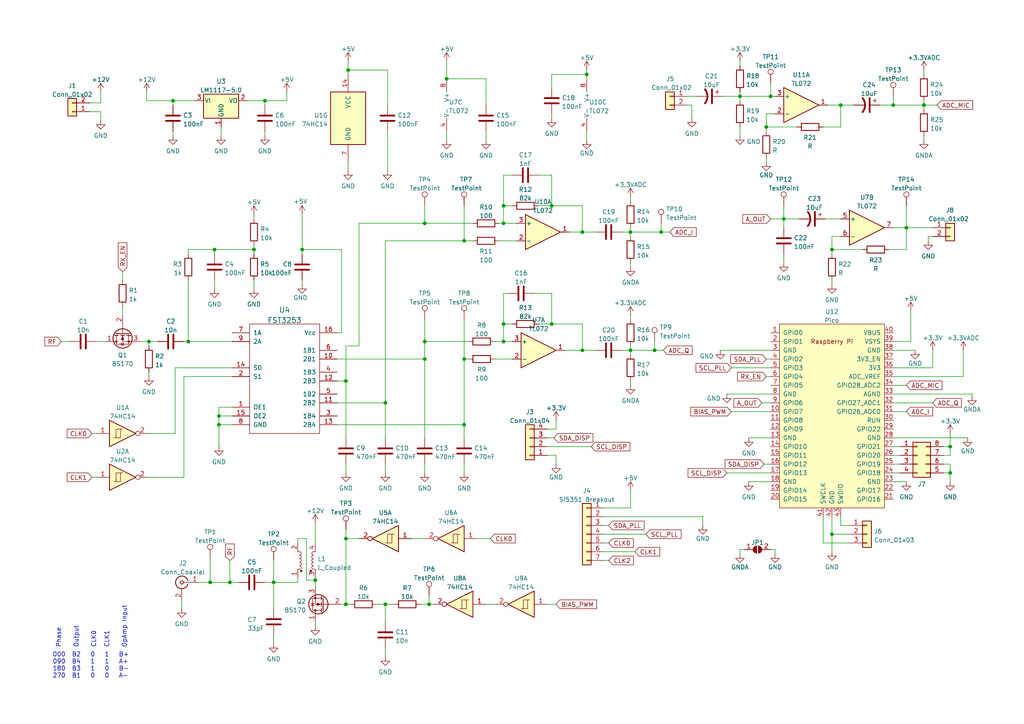
<source format=kicad_sch>
(kicad_sch (version 20211123) (generator eeschema)

  (uuid cfa9cd05-9603-46d5-b474-29a2d6124038)

  (paper "A4")

  

  (junction (at 275.59 137.16) (diameter 0) (color 0 0 0 0)
    (uuid 09158870-358e-4a5f-b503-b97a2711edc1)
  )
  (junction (at 275.59 129.54) (diameter 0) (color 0 0 0 0)
    (uuid 0c6ea299-0af0-4b2f-85a7-14a9628a6dc6)
  )
  (junction (at 62.23 72.39) (diameter 0) (color 0 0 0 0)
    (uuid 118788c2-d181-41ac-9cbd-c512dc3adb82)
  )
  (junction (at 60.96 168.91) (diameter 0) (color 0 0 0 0)
    (uuid 13085af3-7bd8-43b8-beef-92f1e8e982fc)
  )
  (junction (at 146.05 59.69) (diameter 0) (color 0 0 0 0)
    (uuid 13428218-0a65-44b6-b08d-cf0730c0cd0f)
  )
  (junction (at 241.3 154.94) (diameter 0) (color 0 0 0 0)
    (uuid 164e59c9-9e21-4d68-a075-3f90c174141b)
  )
  (junction (at 160.02 59.69) (diameter 0) (color 0 0 0 0)
    (uuid 1901717c-1f5f-43dd-9370-d13f3aecf5bf)
  )
  (junction (at 267.97 30.48) (diameter 0) (color 0 0 0 0)
    (uuid 1a425413-4e3e-47dd-9a8f-197ab21a34f3)
  )
  (junction (at 100.965 20.32) (diameter 0) (color 0 0 0 0)
    (uuid 1f9a252b-d0e3-40a1-af05-36b545ec1908)
  )
  (junction (at 191.77 67.31) (diameter 0) (color 0 0 0 0)
    (uuid 263fcb62-8271-4cf6-8235-47231e0fcee9)
  )
  (junction (at 222.25 36.83) (diameter 0) (color 0 0 0 0)
    (uuid 2a00cc16-ff7e-4612-b94d-bb5628c69ca6)
  )
  (junction (at 168.91 67.31) (diameter 0) (color 0 0 0 0)
    (uuid 2a497385-098e-431d-a873-fcdc53acdcb7)
  )
  (junction (at 134.62 123.19) (diameter 0) (color 0 0 0 0)
    (uuid 2ac8fadc-60b4-4ef8-b7a6-ce2781e43973)
  )
  (junction (at 87.63 72.39) (diameter 0) (color 0 0 0 0)
    (uuid 2bf6097c-a364-4879-86f9-95ddd6eba2c4)
  )
  (junction (at 146.05 64.77) (diameter 0) (color 0 0 0 0)
    (uuid 30542b3e-e00f-4a3b-a705-9428f2abc665)
  )
  (junction (at 123.19 99.06) (diameter 0) (color 0 0 0 0)
    (uuid 37aae2cf-b7f4-4041-98c0-702bfb857630)
  )
  (junction (at 63.5 123.19) (diameter 0) (color 0 0 0 0)
    (uuid 389cff47-8a4c-4249-9798-55d927218d8c)
  )
  (junction (at 168.91 101.6) (diameter 0) (color 0 0 0 0)
    (uuid 39b47703-34bb-4961-a661-db8b1c6aff0e)
  )
  (junction (at 66.675 168.91) (diameter 0) (color 0 0 0 0)
    (uuid 3a8ce603-f234-4947-83d1-a5d511a0dbc3)
  )
  (junction (at 111.76 116.84) (diameter 0) (color 0 0 0 0)
    (uuid 409327bb-c6e7-4669-9720-f0f427e24ef4)
  )
  (junction (at 100.33 110.49) (diameter 0) (color 0 0 0 0)
    (uuid 4cfd7f71-31de-4d3c-88df-90d4e490fecc)
  )
  (junction (at 63.5 120.65) (diameter 0) (color 0 0 0 0)
    (uuid 4ec42e36-9928-43bb-b9e4-a857fe7d18dc)
  )
  (junction (at 76.835 29.21) (diameter 0) (color 0 0 0 0)
    (uuid 56c260b7-4d73-4292-88c5-900ead39bef7)
  )
  (junction (at 123.19 104.14) (diameter 0) (color 0 0 0 0)
    (uuid 5c201862-909f-49c3-9325-fd14eb6c446c)
  )
  (junction (at 123.19 64.77) (diameter 0) (color 0 0 0 0)
    (uuid 65a44171-499e-4571-941d-c6d5b1bf7d5a)
  )
  (junction (at 100.33 175.26) (diameter 0) (color 0 0 0 0)
    (uuid 670db3e9-6800-411e-9ec6-dbcc7f09948d)
  )
  (junction (at 182.88 67.31) (diameter 0) (color 0 0 0 0)
    (uuid 678ecd2c-3e98-47a3-8372-99c3c5ceb4ae)
  )
  (junction (at 134.62 104.14) (diameter 0) (color 0 0 0 0)
    (uuid 67bf39c9-17f2-4d19-be2f-dc791d353bbe)
  )
  (junction (at 189.865 101.6) (diameter 0) (color 0 0 0 0)
    (uuid 6bcc74c3-3a15-4ad9-a4fd-8cd8673f626a)
  )
  (junction (at 54.61 99.06) (diameter 0) (color 0 0 0 0)
    (uuid 7855d124-27ac-4435-b2ed-b83e63f20315)
  )
  (junction (at 134.62 69.85) (diameter 0) (color 0 0 0 0)
    (uuid 7a64ab9e-0885-4114-a842-8298d4c2c841)
  )
  (junction (at 262.89 66.04) (diameter 0) (color 0 0 0 0)
    (uuid 7b3d6c36-fdf2-4a1b-a49f-12ea2b707d37)
  )
  (junction (at 227.33 63.5) (diameter 0) (color 0 0 0 0)
    (uuid 812c6207-9612-4c2e-9634-682e4c865c9a)
  )
  (junction (at 43.18 99.06) (diameter 0) (color 0 0 0 0)
    (uuid 887c00ae-f00c-43df-b157-8d5155c0602c)
  )
  (junction (at 223.52 27.94) (diameter 0) (color 0 0 0 0)
    (uuid 8a97eb42-2dba-4407-a7de-3843e0ac4751)
  )
  (junction (at 100.33 156.21) (diameter 0) (color 0 0 0 0)
    (uuid 911ac92f-dc8f-473f-a819-6ec44a97da57)
  )
  (junction (at 259.08 30.48) (diameter 0) (color 0 0 0 0)
    (uuid 912ffd03-dc69-4763-b145-567882d2ddb6)
  )
  (junction (at 129.54 22.86) (diameter 0) (color 0 0 0 0)
    (uuid a3537a34-bbf6-46a9-94ba-d3ed1793992f)
  )
  (junction (at 241.3 72.39) (diameter 0) (color 0 0 0 0)
    (uuid a4a37850-ef95-4439-8b65-c0c50d0d72df)
  )
  (junction (at 91.44 168.275) (diameter 0) (color 0 0 0 0)
    (uuid aef0e9cf-d6eb-48d5-9738-ba3a43b460c0)
  )
  (junction (at 214.63 27.94) (diameter 0) (color 0 0 0 0)
    (uuid af255be1-efc7-4fc1-92f5-1c36f1ce7842)
  )
  (junction (at 243.84 30.48) (diameter 0) (color 0 0 0 0)
    (uuid b4a54540-7c4b-4187-bb22-1dbcb05f60fa)
  )
  (junction (at 146.05 99.06) (diameter 0) (color 0 0 0 0)
    (uuid b817eaae-cb4e-4da1-8351-6bd31446a928)
  )
  (junction (at 170.18 21.59) (diameter 0) (color 0 0 0 0)
    (uuid b9459263-bd7b-449e-9e49-70e9937d6f20)
  )
  (junction (at 146.05 93.98) (diameter 0) (color 0 0 0 0)
    (uuid bbac73ef-b4f1-4a7f-97f2-f942f5c00496)
  )
  (junction (at 79.375 168.91) (diameter 0) (color 0 0 0 0)
    (uuid cb9fda80-d696-4d63-9a03-ac7e280fc27a)
  )
  (junction (at 182.88 101.6) (diameter 0) (color 0 0 0 0)
    (uuid cf496ca2-03e4-4340-a5bc-b3e150b90320)
  )
  (junction (at 73.66 72.39) (diameter 0) (color 0 0 0 0)
    (uuid da013340-3c24-403d-8836-9f9c162ccf4f)
  )
  (junction (at 124.46 175.26) (diameter 0) (color 0 0 0 0)
    (uuid ea05b4d5-8886-488a-b60b-64651f6dd582)
  )
  (junction (at 50.165 29.21) (diameter 0) (color 0 0 0 0)
    (uuid ef5f9ace-3b99-4abe-ad15-9c7f02655b0d)
  )
  (junction (at 160.02 93.98) (diameter 0) (color 0 0 0 0)
    (uuid f68ca172-40f3-4104-9be2-9cf1abf634eb)
  )
  (junction (at 111.76 175.26) (diameter 0) (color 0 0 0 0)
    (uuid f753612d-5bfd-44a5-996d-f299114abb27)
  )

  (wire (pts (xy 160.02 93.98) (xy 168.91 93.98))
    (stroke (width 0) (type default) (color 0 0 0 0))
    (uuid 030d3073-06c6-4697-8a0d-d89674643663)
  )
  (wire (pts (xy 259.08 111.76) (xy 262.89 111.76))
    (stroke (width 0) (type default) (color 0 0 0 0))
    (uuid 031e8a53-b150-47f0-a273-0fae3f703cb1)
  )
  (wire (pts (xy 170.18 21.59) (xy 170.18 22.86))
    (stroke (width 0) (type default) (color 0 0 0 0))
    (uuid 034d6760-2f2a-427b-8a3b-388d87aaa248)
  )
  (wire (pts (xy 182.88 110.49) (xy 182.88 111.76))
    (stroke (width 0) (type default) (color 0 0 0 0))
    (uuid 03b4b33c-50e4-464c-a171-dc20d1ba4d6d)
  )
  (wire (pts (xy 259.08 114.3) (xy 281.94 114.3))
    (stroke (width 0) (type default) (color 0 0 0 0))
    (uuid 03e9bef5-afc8-44c8-b882-267d1da98fa8)
  )
  (wire (pts (xy 189.865 99.06) (xy 189.865 101.6))
    (stroke (width 0) (type default) (color 0 0 0 0))
    (uuid 061afcba-1633-4069-91dd-43d63001e1e2)
  )
  (wire (pts (xy 100.965 20.32) (xy 100.965 21.59))
    (stroke (width 0) (type default) (color 0 0 0 0))
    (uuid 0785a29b-d758-42f8-85eb-1dea6067bbee)
  )
  (wire (pts (xy 63.5 123.19) (xy 67.31 123.19))
    (stroke (width 0) (type default) (color 0 0 0 0))
    (uuid 080a3865-8d49-4d4b-8300-65bfd1b135d7)
  )
  (wire (pts (xy 175.26 152.4) (xy 176.53 152.4))
    (stroke (width 0) (type default) (color 0 0 0 0))
    (uuid 081d5f3d-bc54-45a4-a4ea-ab138c3846ec)
  )
  (wire (pts (xy 168.91 67.31) (xy 172.72 67.31))
    (stroke (width 0) (type default) (color 0 0 0 0))
    (uuid 0920a59f-fa4e-42af-856f-660052e02eee)
  )
  (wire (pts (xy 123.19 104.14) (xy 123.19 127))
    (stroke (width 0) (type default) (color 0 0 0 0))
    (uuid 0be498c7-4ccb-442c-beaf-903eb8701bb6)
  )
  (wire (pts (xy 262.89 59.69) (xy 262.89 66.04))
    (stroke (width 0) (type default) (color 0 0 0 0))
    (uuid 0c208e67-3234-4916-adc8-b44edbf31aa7)
  )
  (wire (pts (xy 175.26 162.56) (xy 176.53 162.56))
    (stroke (width 0) (type default) (color 0 0 0 0))
    (uuid 0c8811b8-1d60-4160-84d8-6724c15fb851)
  )
  (wire (pts (xy 104.14 100.33) (xy 104.14 64.77))
    (stroke (width 0) (type default) (color 0 0 0 0))
    (uuid 0c90225f-edf0-4fce-abd3-1711b58321c4)
  )
  (wire (pts (xy 168.91 59.69) (xy 168.91 67.31))
    (stroke (width 0) (type default) (color 0 0 0 0))
    (uuid 0d090514-7f7e-4315-ba8c-a77cb257e8fa)
  )
  (wire (pts (xy 62.23 72.39) (xy 54.61 72.39))
    (stroke (width 0) (type default) (color 0 0 0 0))
    (uuid 0e496933-414b-421f-bc01-639ea1e13f67)
  )
  (wire (pts (xy 259.08 127) (xy 280.67 127))
    (stroke (width 0) (type default) (color 0 0 0 0))
    (uuid 10a1000d-120a-45c3-84f2-08bd9fd2d0c1)
  )
  (wire (pts (xy 243.84 36.83) (xy 243.84 30.48))
    (stroke (width 0) (type default) (color 0 0 0 0))
    (uuid 111de3b4-b4e0-4edf-810b-546f00273dcb)
  )
  (wire (pts (xy 143.51 99.06) (xy 146.05 99.06))
    (stroke (width 0) (type default) (color 0 0 0 0))
    (uuid 1315a29d-ba3f-4aad-ad43-c327a3983a80)
  )
  (wire (pts (xy 160.02 50.8) (xy 160.02 59.69))
    (stroke (width 0) (type default) (color 0 0 0 0))
    (uuid 1332def0-2afb-4804-8362-0cf130152449)
  )
  (wire (pts (xy 241.3 68.58) (xy 243.84 68.58))
    (stroke (width 0) (type default) (color 0 0 0 0))
    (uuid 1388d00f-7ea6-41c8-9488-b83abfb3c346)
  )
  (wire (pts (xy 243.84 149.86) (xy 243.84 152.4))
    (stroke (width 0) (type default) (color 0 0 0 0))
    (uuid 145fc826-2c23-439a-a082-7f9c727cadbe)
  )
  (wire (pts (xy 267.97 20.32) (xy 267.97 21.59))
    (stroke (width 0) (type default) (color 0 0 0 0))
    (uuid 14ae7189-5bac-4a1d-8a55-5036fcbe6284)
  )
  (wire (pts (xy 158.75 127) (xy 160.655 127))
    (stroke (width 0) (type default) (color 0 0 0 0))
    (uuid 152ae621-91d6-4ccb-9224-8d9a125f1b39)
  )
  (wire (pts (xy 87.63 81.28) (xy 87.63 82.55))
    (stroke (width 0) (type default) (color 0 0 0 0))
    (uuid 1564454a-82be-43c2-a2e9-e03e291a1c1d)
  )
  (wire (pts (xy 111.76 175.26) (xy 114.3 175.26))
    (stroke (width 0) (type default) (color 0 0 0 0))
    (uuid 198732bd-6351-468a-b085-e27e1ff28ceb)
  )
  (wire (pts (xy 269.24 68.58) (xy 270.51 68.58))
    (stroke (width 0) (type default) (color 0 0 0 0))
    (uuid 19eda56c-3fdf-426f-9e5d-00eac448b8f4)
  )
  (wire (pts (xy 26.67 138.43) (xy 27.94 138.43))
    (stroke (width 0) (type default) (color 0 0 0 0))
    (uuid 1a23bc91-02c7-4670-adfb-445ac4d3831a)
  )
  (wire (pts (xy 182.88 67.31) (xy 182.88 68.58))
    (stroke (width 0) (type default) (color 0 0 0 0))
    (uuid 1a860ecd-6133-4578-b98b-5078a51b899d)
  )
  (wire (pts (xy 129.54 17.78) (xy 129.54 22.86))
    (stroke (width 0) (type default) (color 0 0 0 0))
    (uuid 1aba2b23-cd71-4dbb-9ef1-2efa93d11392)
  )
  (wire (pts (xy 146.05 64.77) (xy 149.86 64.77))
    (stroke (width 0) (type default) (color 0 0 0 0))
    (uuid 1af82a59-023b-4f29-a924-2e8805e4948a)
  )
  (wire (pts (xy 91.44 168.275) (xy 91.44 170.18))
    (stroke (width 0) (type default) (color 0 0 0 0))
    (uuid 1b19fc82-5eba-4063-822f-6ad441a3ff7e)
  )
  (wire (pts (xy 43.18 99.06) (xy 45.72 99.06))
    (stroke (width 0) (type default) (color 0 0 0 0))
    (uuid 1bd587cf-e458-4600-be8f-44f16734b75b)
  )
  (wire (pts (xy 63.5 123.19) (xy 63.5 129.54))
    (stroke (width 0) (type default) (color 0 0 0 0))
    (uuid 1c6caab3-34fc-4c77-8b73-15f9258c301b)
  )
  (wire (pts (xy 76.835 38.1) (xy 76.835 39.37))
    (stroke (width 0) (type default) (color 0 0 0 0))
    (uuid 1d0e3a1b-2be7-4e15-a2ed-ccd34314efef)
  )
  (wire (pts (xy 158.75 132.08) (xy 161.29 132.08))
    (stroke (width 0) (type default) (color 0 0 0 0))
    (uuid 1df113eb-9e7e-41cd-b905-5c38b47ae42b)
  )
  (wire (pts (xy 208.915 101.6) (xy 223.52 101.6))
    (stroke (width 0) (type default) (color 0 0 0 0))
    (uuid 1f7d3387-5840-4d88-bd2c-825bdeae0270)
  )
  (wire (pts (xy 175.26 154.94) (xy 187.325 154.94))
    (stroke (width 0) (type default) (color 0 0 0 0))
    (uuid 1f817b63-9a8c-4654-80a1-e27eacdec1e7)
  )
  (wire (pts (xy 191.77 67.31) (xy 194.31 67.31))
    (stroke (width 0) (type default) (color 0 0 0 0))
    (uuid 2196e22c-6af2-4f8b-80cd-01a3001bee82)
  )
  (wire (pts (xy 100.33 110.49) (xy 100.33 127))
    (stroke (width 0) (type default) (color 0 0 0 0))
    (uuid 22b3a380-3fcd-4e63-8616-8b6155103a01)
  )
  (wire (pts (xy 137.16 69.85) (xy 134.62 69.85))
    (stroke (width 0) (type default) (color 0 0 0 0))
    (uuid 22c0f2e4-2a60-4f98-a0e8-0cad5fa85ce1)
  )
  (wire (pts (xy 212.09 119.38) (xy 223.52 119.38))
    (stroke (width 0) (type default) (color 0 0 0 0))
    (uuid 232d142e-3436-45d2-93af-f4b1747c9b20)
  )
  (wire (pts (xy 140.97 38.1) (xy 140.97 40.64))
    (stroke (width 0) (type default) (color 0 0 0 0))
    (uuid 23baacfe-15cd-4201-9618-c1c2030f5bdd)
  )
  (wire (pts (xy 227.33 66.04) (xy 227.33 63.5))
    (stroke (width 0) (type default) (color 0 0 0 0))
    (uuid 24118d5c-3154-4d1a-943d-404403269584)
  )
  (wire (pts (xy 214.63 36.83) (xy 214.63 39.37))
    (stroke (width 0) (type default) (color 0 0 0 0))
    (uuid 24532b75-da97-4577-989c-b5f21ce3b6eb)
  )
  (wire (pts (xy 238.76 157.48) (xy 246.38 157.48))
    (stroke (width 0) (type default) (color 0 0 0 0))
    (uuid 24d708dc-32c5-4a65-a03f-f9d61e0c4284)
  )
  (wire (pts (xy 99.06 72.39) (xy 87.63 72.39))
    (stroke (width 0) (type default) (color 0 0 0 0))
    (uuid 2658638a-631a-4603-b4bb-a07a7eead328)
  )
  (wire (pts (xy 143.51 104.14) (xy 148.59 104.14))
    (stroke (width 0) (type default) (color 0 0 0 0))
    (uuid 26aefdf7-a375-4ec6-8f9e-0d921b08475e)
  )
  (wire (pts (xy 210.82 137.16) (xy 223.52 137.16))
    (stroke (width 0) (type default) (color 0 0 0 0))
    (uuid 27a0f816-9c3e-434b-8e07-04f87ddcffe0)
  )
  (wire (pts (xy 91.44 167.64) (xy 91.44 168.275))
    (stroke (width 0) (type default) (color 0 0 0 0))
    (uuid 27afb6b1-a979-4106-8a0e-3093c33c91cd)
  )
  (wire (pts (xy 243.84 152.4) (xy 246.38 152.4))
    (stroke (width 0) (type default) (color 0 0 0 0))
    (uuid 298f4691-dc22-4673-b3e0-4403b3577d9d)
  )
  (wire (pts (xy 112.395 20.32) (xy 112.395 30.48))
    (stroke (width 0) (type default) (color 0 0 0 0))
    (uuid 2a4058f9-10d3-456f-abbe-c1e261822a2f)
  )
  (wire (pts (xy 175.26 149.86) (xy 203.835 149.86))
    (stroke (width 0) (type default) (color 0 0 0 0))
    (uuid 2a99848c-d5de-4d4a-bc86-d7f2f3fcb70d)
  )
  (wire (pts (xy 63.5 118.11) (xy 63.5 120.65))
    (stroke (width 0) (type default) (color 0 0 0 0))
    (uuid 2cc2e233-4306-48be-b0c4-6ddb248cc31e)
  )
  (wire (pts (xy 239.395 63.5) (xy 243.84 63.5))
    (stroke (width 0) (type default) (color 0 0 0 0))
    (uuid 2d356308-aeaf-4f93-b73d-3abce19b3946)
  )
  (wire (pts (xy 241.3 73.66) (xy 241.3 72.39))
    (stroke (width 0) (type default) (color 0 0 0 0))
    (uuid 2dccf0e2-3941-40bd-b5c7-5eb69532c043)
  )
  (wire (pts (xy 200.66 30.48) (xy 200.66 34.29))
    (stroke (width 0) (type default) (color 0 0 0 0))
    (uuid 2e075f01-bc79-4b6b-b861-f295984720ec)
  )
  (wire (pts (xy 262.89 66.04) (xy 270.51 66.04))
    (stroke (width 0) (type default) (color 0 0 0 0))
    (uuid 3147d321-eaae-4b1b-a937-493c272ee75d)
  )
  (wire (pts (xy 241.3 72.39) (xy 241.3 68.58))
    (stroke (width 0) (type default) (color 0 0 0 0))
    (uuid 329256cf-77d3-449d-8e34-032c8402af2d)
  )
  (wire (pts (xy 217.17 139.7) (xy 223.52 139.7))
    (stroke (width 0) (type default) (color 0 0 0 0))
    (uuid 337a09e8-6028-4f3e-bc98-4f8cab07cae7)
  )
  (wire (pts (xy 279.4 101.6) (xy 279.4 109.22))
    (stroke (width 0) (type default) (color 0 0 0 0))
    (uuid 35bf40a0-6437-4789-b1ff-1e9e2f150ec2)
  )
  (wire (pts (xy 170.18 21.59) (xy 160.02 21.59))
    (stroke (width 0) (type default) (color 0 0 0 0))
    (uuid 36059a97-5c8d-4c56-8b92-f3604f10c69e)
  )
  (wire (pts (xy 259.08 101.6) (xy 265.43 101.6))
    (stroke (width 0) (type default) (color 0 0 0 0))
    (uuid 361245b4-a7de-428c-9ef4-c39d6d14bc4b)
  )
  (wire (pts (xy 199.39 30.48) (xy 200.66 30.48))
    (stroke (width 0) (type default) (color 0 0 0 0))
    (uuid 365c81b2-4e46-4c3a-9ef6-48f32b2ac524)
  )
  (wire (pts (xy 182.88 66.04) (xy 182.88 67.31))
    (stroke (width 0) (type default) (color 0 0 0 0))
    (uuid 37265181-b1e1-4d9e-9c3f-8c88143927e0)
  )
  (wire (pts (xy 281.94 114.3) (xy 281.94 114.935))
    (stroke (width 0) (type default) (color 0 0 0 0))
    (uuid 3a275057-d252-496a-ad4a-7a16a8eb2b48)
  )
  (wire (pts (xy 257.81 72.39) (xy 262.89 72.39))
    (stroke (width 0) (type default) (color 0 0 0 0))
    (uuid 3acf52d6-5099-46c4-99b9-28e5f3ee620a)
  )
  (wire (pts (xy 100.33 175.26) (xy 100.33 156.21))
    (stroke (width 0) (type default) (color 0 0 0 0))
    (uuid 3b699dc5-e15d-4ea1-9daa-6ff243fd9249)
  )
  (wire (pts (xy 156.21 50.8) (xy 160.02 50.8))
    (stroke (width 0) (type default) (color 0 0 0 0))
    (uuid 3bb798dd-ebec-4b98-95a8-9f929e29e646)
  )
  (wire (pts (xy 87.63 62.23) (xy 87.63 72.39))
    (stroke (width 0) (type default) (color 0 0 0 0))
    (uuid 3bc6825c-d3da-4713-8b5c-b9003944cd69)
  )
  (wire (pts (xy 100.33 110.49) (xy 100.33 100.33))
    (stroke (width 0) (type default) (color 0 0 0 0))
    (uuid 3c10cfb1-7f13-4fa3-b032-35d9a324ab39)
  )
  (wire (pts (xy 111.76 175.26) (xy 111.76 180.34))
    (stroke (width 0) (type default) (color 0 0 0 0))
    (uuid 3c73e90e-5e55-4c04-809a-a9831737461c)
  )
  (wire (pts (xy 27.94 99.06) (xy 30.48 99.06))
    (stroke (width 0) (type default) (color 0 0 0 0))
    (uuid 3e3644b2-8b88-4f29-82ab-532b3b280a0e)
  )
  (wire (pts (xy 134.62 59.69) (xy 134.62 69.85))
    (stroke (width 0) (type default) (color 0 0 0 0))
    (uuid 3e719cfe-0485-4421-a326-0892954f24e1)
  )
  (wire (pts (xy 227.33 59.69) (xy 227.33 63.5))
    (stroke (width 0) (type default) (color 0 0 0 0))
    (uuid 3f54401f-6ccd-43e9-8f62-64d3df4493c7)
  )
  (wire (pts (xy 146.05 93.98) (xy 146.05 85.09))
    (stroke (width 0) (type default) (color 0 0 0 0))
    (uuid 3fc3f042-ca5b-40bb-92d5-3e9bc18897d6)
  )
  (wire (pts (xy 29.21 32.385) (xy 29.21 34.925))
    (stroke (width 0) (type default) (color 0 0 0 0))
    (uuid 3fd18252-69cd-4f8f-963e-e39063f42481)
  )
  (wire (pts (xy 275.59 129.54) (xy 275.59 132.08))
    (stroke (width 0) (type default) (color 0 0 0 0))
    (uuid 41ab57e8-e261-48cd-9c5d-cd7c15a2a828)
  )
  (wire (pts (xy 146.05 99.06) (xy 146.05 93.98))
    (stroke (width 0) (type default) (color 0 0 0 0))
    (uuid 42aa27a3-7176-448f-bab8-7e8da54316fb)
  )
  (wire (pts (xy 259.08 134.62) (xy 260.985 134.62))
    (stroke (width 0) (type default) (color 0 0 0 0))
    (uuid 45924b9d-88eb-48b4-a043-8724b2e7da58)
  )
  (wire (pts (xy 214.63 27.94) (xy 214.63 29.21))
    (stroke (width 0) (type default) (color 0 0 0 0))
    (uuid 471bc546-f77f-404d-a459-2865468640e1)
  )
  (wire (pts (xy 123.19 92.71) (xy 123.19 99.06))
    (stroke (width 0) (type default) (color 0 0 0 0))
    (uuid 480113c8-df1d-419c-b768-1c3e86642f6a)
  )
  (wire (pts (xy 123.19 64.77) (xy 137.16 64.77))
    (stroke (width 0) (type default) (color 0 0 0 0))
    (uuid 494e33d7-1484-45fd-b437-e235ffed881a)
  )
  (wire (pts (xy 62.23 72.39) (xy 62.23 73.66))
    (stroke (width 0) (type default) (color 0 0 0 0))
    (uuid 498ce1e8-3943-4853-9d8c-2d5f8b020b76)
  )
  (wire (pts (xy 264.16 90.17) (xy 264.16 99.06))
    (stroke (width 0) (type default) (color 0 0 0 0))
    (uuid 4b0eecbd-7f15-49e5-a013-fffb5e25b064)
  )
  (wire (pts (xy 63.5 120.65) (xy 67.31 120.65))
    (stroke (width 0) (type default) (color 0 0 0 0))
    (uuid 4be32149-8a08-44e3-a420-362a5fb9044f)
  )
  (wire (pts (xy 111.76 69.85) (xy 134.62 69.85))
    (stroke (width 0) (type default) (color 0 0 0 0))
    (uuid 4c7d33ae-960e-4391-9051-8f1d3b6ecfe5)
  )
  (wire (pts (xy 168.91 101.6) (xy 168.91 93.98))
    (stroke (width 0) (type default) (color 0 0 0 0))
    (uuid 4d671920-902d-4722-bfeb-1daebcab921d)
  )
  (wire (pts (xy 273.685 129.54) (xy 275.59 129.54))
    (stroke (width 0) (type default) (color 0 0 0 0))
    (uuid 4f18af9a-e7f9-44d0-801d-a107b60e62c4)
  )
  (wire (pts (xy 119.38 156.21) (xy 123.19 156.21))
    (stroke (width 0) (type default) (color 0 0 0 0))
    (uuid 507b9ba0-9d00-4724-a470-9c8a3aee35e8)
  )
  (wire (pts (xy 270.51 101.6) (xy 270.51 106.68))
    (stroke (width 0) (type default) (color 0 0 0 0))
    (uuid 534b587a-69a2-4166-a0e7-0b0d54d7a6ce)
  )
  (wire (pts (xy 267.97 39.37) (xy 267.97 40.64))
    (stroke (width 0) (type default) (color 0 0 0 0))
    (uuid 54419245-aec2-4246-987f-d6fa8fcff994)
  )
  (wire (pts (xy 222.25 109.22) (xy 223.52 109.22))
    (stroke (width 0) (type default) (color 0 0 0 0))
    (uuid 551cbfb0-1e1d-4004-a582-b99cb636b635)
  )
  (wire (pts (xy 241.3 154.94) (xy 241.3 160.02))
    (stroke (width 0) (type default) (color 0 0 0 0))
    (uuid 557e8daa-24c2-4e72-a663-70afe701b692)
  )
  (wire (pts (xy 158.75 175.26) (xy 161.29 175.26))
    (stroke (width 0) (type default) (color 0 0 0 0))
    (uuid 56023c5b-a884-4739-a4f1-f56bccc1b687)
  )
  (wire (pts (xy 160.02 21.59) (xy 160.02 25.4))
    (stroke (width 0) (type default) (color 0 0 0 0))
    (uuid 58086011-c9dd-4c6c-b721-a3c18d79ee7a)
  )
  (wire (pts (xy 269.24 69.85) (xy 269.24 68.58))
    (stroke (width 0) (type default) (color 0 0 0 0))
    (uuid 581f669a-ca98-42b6-bc63-33d325982f41)
  )
  (wire (pts (xy 124.46 175.26) (xy 125.73 175.26))
    (stroke (width 0) (type default) (color 0 0 0 0))
    (uuid 5a5a2fd3-2b09-4a04-be8e-aefb0bd5932c)
  )
  (wire (pts (xy 86.36 167.64) (xy 86.36 168.91))
    (stroke (width 0) (type default) (color 0 0 0 0))
    (uuid 5b2e9ca3-0a74-4703-bf31-5d413ab0538f)
  )
  (wire (pts (xy 88.9 168.275) (xy 88.9 156.21))
    (stroke (width 0) (type default) (color 0 0 0 0))
    (uuid 5b40cb15-ee96-486c-b531-842d2aa53199)
  )
  (wire (pts (xy 144.78 69.85) (xy 149.86 69.85))
    (stroke (width 0) (type default) (color 0 0 0 0))
    (uuid 5b88e83b-dc2c-4b8a-84d9-64f49cdc2190)
  )
  (wire (pts (xy 123.19 99.06) (xy 135.89 99.06))
    (stroke (width 0) (type default) (color 0 0 0 0))
    (uuid 5c6e7cbb-3b61-4da8-bccc-5641c7bbcf58)
  )
  (wire (pts (xy 138.43 156.21) (xy 142.24 156.21))
    (stroke (width 0) (type default) (color 0 0 0 0))
    (uuid 5dc036d4-f7d9-41f7-99a5-5624aeb207d7)
  )
  (wire (pts (xy 212.09 106.68) (xy 223.52 106.68))
    (stroke (width 0) (type default) (color 0 0 0 0))
    (uuid 5e52a5db-5e7a-4a68-b32e-c190fc989e7a)
  )
  (wire (pts (xy 175.26 160.02) (xy 184.15 160.02))
    (stroke (width 0) (type default) (color 0 0 0 0))
    (uuid 5ede96bd-4e2c-4319-a2f7-e1e8ffb0556c)
  )
  (wire (pts (xy 170.18 38.1) (xy 170.18 40.64))
    (stroke (width 0) (type default) (color 0 0 0 0))
    (uuid 5fa26e31-5010-4528-87c7-047a887ada1c)
  )
  (wire (pts (xy 161.29 121.92) (xy 161.29 124.46))
    (stroke (width 0) (type default) (color 0 0 0 0))
    (uuid 602f60be-4e0b-464c-a51e-723d94cbc3f2)
  )
  (wire (pts (xy 53.34 109.22) (xy 67.31 109.22))
    (stroke (width 0) (type default) (color 0 0 0 0))
    (uuid 6075b087-5cbf-4c6d-82bb-6e04e619fe4e)
  )
  (wire (pts (xy 91.44 151.765) (xy 91.44 157.48))
    (stroke (width 0) (type default) (color 0 0 0 0))
    (uuid 60a00c03-5a23-44e1-a481-a8c5e905cf52)
  )
  (wire (pts (xy 88.9 156.21) (xy 86.36 156.21))
    (stroke (width 0) (type default) (color 0 0 0 0))
    (uuid 60d376e8-ceab-40b8-9b75-630be4ad4c25)
  )
  (wire (pts (xy 275.59 137.16) (xy 273.685 137.16))
    (stroke (width 0) (type default) (color 0 0 0 0))
    (uuid 60d6724a-d828-4a28-a5fe-2163287a47ee)
  )
  (wire (pts (xy 100.33 100.33) (xy 104.14 100.33))
    (stroke (width 0) (type default) (color 0 0 0 0))
    (uuid 61b8aeb3-a6c2-4b71-a725-03f30d0717ca)
  )
  (wire (pts (xy 50.8 125.73) (xy 50.8 106.68))
    (stroke (width 0) (type default) (color 0 0 0 0))
    (uuid 62a3281d-5f63-4182-b7be-844c9941cff4)
  )
  (wire (pts (xy 134.62 123.19) (xy 134.62 127))
    (stroke (width 0) (type default) (color 0 0 0 0))
    (uuid 63386d13-b566-4456-ad2b-2ea886e46e6b)
  )
  (wire (pts (xy 52.705 173.99) (xy 52.705 176.53))
    (stroke (width 0) (type default) (color 0 0 0 0))
    (uuid 641054c4-eb18-4b48-b702-e8140e986622)
  )
  (wire (pts (xy 50.165 29.21) (xy 50.165 30.48))
    (stroke (width 0) (type default) (color 0 0 0 0))
    (uuid 66379e2d-0b51-4081-99b4-c340ee87d821)
  )
  (wire (pts (xy 97.79 96.52) (xy 99.06 96.52))
    (stroke (width 0) (type default) (color 0 0 0 0))
    (uuid 673c5da1-7e9c-477a-925d-2332d9226bd7)
  )
  (wire (pts (xy 182.88 142.24) (xy 182.88 147.32))
    (stroke (width 0) (type default) (color 0 0 0 0))
    (uuid 6771fcf3-c962-4b8e-8481-8ef42b3a078a)
  )
  (wire (pts (xy 217.17 127) (xy 223.52 127))
    (stroke (width 0) (type default) (color 0 0 0 0))
    (uuid 68b14be0-2f86-4551-999b-75697cc8aa27)
  )
  (wire (pts (xy 53.34 138.43) (xy 43.18 138.43))
    (stroke (width 0) (type default) (color 0 0 0 0))
    (uuid 69be128b-bcba-405b-a019-280e344ed222)
  )
  (wire (pts (xy 227.33 73.66) (xy 227.33 76.2))
    (stroke (width 0) (type default) (color 0 0 0 0))
    (uuid 6ab8a896-0ded-4e22-a6c6-41a433df98bb)
  )
  (wire (pts (xy 140.97 175.26) (xy 143.51 175.26))
    (stroke (width 0) (type default) (color 0 0 0 0))
    (uuid 6afa735e-e6b2-4795-8173-da1292be36d7)
  )
  (wire (pts (xy 86.36 168.91) (xy 79.375 168.91))
    (stroke (width 0) (type default) (color 0 0 0 0))
    (uuid 6b53fda5-d070-4a02-aad5-e9342e42f58f)
  )
  (wire (pts (xy 111.76 134.62) (xy 111.76 137.16))
    (stroke (width 0) (type default) (color 0 0 0 0))
    (uuid 6bea2805-04f9-4398-b42b-3d86704b2762)
  )
  (wire (pts (xy 54.61 81.28) (xy 54.61 99.06))
    (stroke (width 0) (type default) (color 0 0 0 0))
    (uuid 6bf87724-5152-4e74-b3bb-d4ecba1eb536)
  )
  (wire (pts (xy 66.675 168.91) (xy 69.215 168.91))
    (stroke (width 0) (type default) (color 0 0 0 0))
    (uuid 6c21e4db-18d0-48b4-a082-7d3b40300379)
  )
  (wire (pts (xy 259.08 27.94) (xy 259.08 30.48))
    (stroke (width 0) (type default) (color 0 0 0 0))
    (uuid 6cef4895-fb98-4532-aa9a-f334b140cb36)
  )
  (wire (pts (xy 71.755 29.21) (xy 76.835 29.21))
    (stroke (width 0) (type default) (color 0 0 0 0))
    (uuid 6d260756-031d-43b6-9c8b-41c36f839e01)
  )
  (wire (pts (xy 223.52 63.5) (xy 227.33 63.5))
    (stroke (width 0) (type default) (color 0 0 0 0))
    (uuid 6e0686f5-021c-4177-980c-a78a6dbd8e17)
  )
  (wire (pts (xy 111.76 187.96) (xy 111.76 190.5))
    (stroke (width 0) (type default) (color 0 0 0 0))
    (uuid 72cb77f0-b00f-4a09-979e-49d156b50ab0)
  )
  (wire (pts (xy 97.79 116.84) (xy 111.76 116.84))
    (stroke (width 0) (type default) (color 0 0 0 0))
    (uuid 72ee57b5-729b-4a3a-8448-363ab643f065)
  )
  (wire (pts (xy 238.76 149.86) (xy 238.76 157.48))
    (stroke (width 0) (type default) (color 0 0 0 0))
    (uuid 73c6d182-0661-4142-a034-c4f7de25a8f3)
  )
  (wire (pts (xy 259.08 129.54) (xy 260.985 129.54))
    (stroke (width 0) (type default) (color 0 0 0 0))
    (uuid 7430808d-5a7f-4336-bad6-702cbdc55d82)
  )
  (wire (pts (xy 182.88 101.6) (xy 189.865 101.6))
    (stroke (width 0) (type default) (color 0 0 0 0))
    (uuid 7453cafb-5ee6-4b99-84ff-da0b5508e70d)
  )
  (wire (pts (xy 86.36 156.21) (xy 86.36 157.48))
    (stroke (width 0) (type default) (color 0 0 0 0))
    (uuid 76a25e49-56a5-413a-a1aa-14e938805c5d)
  )
  (wire (pts (xy 50.165 29.21) (xy 56.515 29.21))
    (stroke (width 0) (type default) (color 0 0 0 0))
    (uuid 780c2ea4-5f4d-4b33-aa88-12cbc877845b)
  )
  (wire (pts (xy 222.25 38.1) (xy 222.25 36.83))
    (stroke (width 0) (type default) (color 0 0 0 0))
    (uuid 7814ba36-8511-44f2-9684-71bb36db84c1)
  )
  (wire (pts (xy 259.08 132.08) (xy 260.985 132.08))
    (stroke (width 0) (type default) (color 0 0 0 0))
    (uuid 7a9a9c02-6a85-44ee-878e-93015110cb71)
  )
  (wire (pts (xy 182.88 67.31) (xy 191.77 67.31))
    (stroke (width 0) (type default) (color 0 0 0 0))
    (uuid 7b581787-3059-44be-8c1b-ae838c154f65)
  )
  (wire (pts (xy 66.675 162.56) (xy 66.675 168.91))
    (stroke (width 0) (type default) (color 0 0 0 0))
    (uuid 7b98a2bf-ac8a-415f-b228-b3f4e4c3cc51)
  )
  (wire (pts (xy 262.89 72.39) (xy 262.89 66.04))
    (stroke (width 0) (type default) (color 0 0 0 0))
    (uuid 7c9a06f3-0176-402e-ac02-27f761108439)
  )
  (wire (pts (xy 134.62 134.62) (xy 134.62 137.16))
    (stroke (width 0) (type default) (color 0 0 0 0))
    (uuid 7de1515b-c591-443e-aa98-802597058555)
  )
  (wire (pts (xy 158.75 124.46) (xy 161.29 124.46))
    (stroke (width 0) (type default) (color 0 0 0 0))
    (uuid 805b47dd-7f8d-4c6c-950b-54737a79118e)
  )
  (wire (pts (xy 189.865 101.6) (xy 192.405 101.6))
    (stroke (width 0) (type default) (color 0 0 0 0))
    (uuid 80c7369d-6c1b-41bd-a7f0-37faa41d1f2c)
  )
  (wire (pts (xy 134.62 92.71) (xy 134.62 104.14))
    (stroke (width 0) (type default) (color 0 0 0 0))
    (uuid 81aa464d-2152-4362-8abd-1481d15bc809)
  )
  (wire (pts (xy 112.395 20.32) (xy 100.965 20.32))
    (stroke (width 0) (type default) (color 0 0 0 0))
    (uuid 8217cb70-9017-4920-8a6f-7b6c1b2d14c2)
  )
  (wire (pts (xy 210.82 114.3) (xy 223.52 114.3))
    (stroke (width 0) (type default) (color 0 0 0 0))
    (uuid 828011c7-f5c0-47a7-aea4-0fd74f2f2d63)
  )
  (wire (pts (xy 60.96 161.925) (xy 60.96 168.91))
    (stroke (width 0) (type default) (color 0 0 0 0))
    (uuid 8424a674-d6a8-4c0a-9ab1-c65184ba54cc)
  )
  (wire (pts (xy 146.05 59.69) (xy 146.05 50.8))
    (stroke (width 0) (type default) (color 0 0 0 0))
    (uuid 84fe7646-bb3d-45a9-ae96-164591bb4772)
  )
  (wire (pts (xy 50.8 106.68) (xy 67.31 106.68))
    (stroke (width 0) (type default) (color 0 0 0 0))
    (uuid 877fcef9-cca7-48b0-9efe-cbe8c3b8f647)
  )
  (wire (pts (xy 238.76 36.83) (xy 243.84 36.83))
    (stroke (width 0) (type default) (color 0 0 0 0))
    (uuid 8977446e-c252-4412-b48b-46c8cc4c6f10)
  )
  (wire (pts (xy 223.52 27.94) (xy 224.79 27.94))
    (stroke (width 0) (type default) (color 0 0 0 0))
    (uuid 8a2e71a9-c1bf-40c0-9415-bf00169308ae)
  )
  (wire (pts (xy 50.165 38.1) (xy 50.165 39.37))
    (stroke (width 0) (type default) (color 0 0 0 0))
    (uuid 8ae920cf-0ab4-4233-b7e9-fe2e167bdfb1)
  )
  (wire (pts (xy 243.84 30.48) (xy 240.03 30.48))
    (stroke (width 0) (type default) (color 0 0 0 0))
    (uuid 8b6cfccb-4ad3-464a-88f6-75b74dc8bf6d)
  )
  (wire (pts (xy 17.78 99.06) (xy 20.32 99.06))
    (stroke (width 0) (type default) (color 0 0 0 0))
    (uuid 8bb79127-90e3-4672-8b7f-38b4ca60faeb)
  )
  (wire (pts (xy 42.545 29.21) (xy 50.165 29.21))
    (stroke (width 0) (type default) (color 0 0 0 0))
    (uuid 8ca4dc3b-7333-4a80-8ec2-6f748e50076e)
  )
  (wire (pts (xy 182.88 100.33) (xy 182.88 101.6))
    (stroke (width 0) (type default) (color 0 0 0 0))
    (uuid 8cd7ca1c-cb8d-47c9-a06b-9bd8d4179fd3)
  )
  (wire (pts (xy 191.77 64.77) (xy 191.77 67.31))
    (stroke (width 0) (type default) (color 0 0 0 0))
    (uuid 8cf19575-a0a4-4ceb-bc71-630eb2853e19)
  )
  (wire (pts (xy 146.05 64.77) (xy 146.05 59.69))
    (stroke (width 0) (type default) (color 0 0 0 0))
    (uuid 8dc44ab4-ab38-4f63-88c7-77a157a44e7f)
  )
  (wire (pts (xy 134.62 104.14) (xy 135.89 104.14))
    (stroke (width 0) (type default) (color 0 0 0 0))
    (uuid 8dcca965-9308-4dbf-a031-0fe69404708d)
  )
  (wire (pts (xy 275.59 137.16) (xy 275.59 139.7))
    (stroke (width 0) (type default) (color 0 0 0 0))
    (uuid 8e28be02-9ba0-40c0-99e7-a03b90c2e462)
  )
  (wire (pts (xy 222.25 36.83) (xy 231.14 36.83))
    (stroke (width 0) (type default) (color 0 0 0 0))
    (uuid 8e31b054-6cfd-4eed-ac34-7665b1b6d98c)
  )
  (wire (pts (xy 182.88 91.44) (xy 182.88 92.71))
    (stroke (width 0) (type default) (color 0 0 0 0))
    (uuid 8f0e556e-6e65-41cc-b2c3-d10f1bc2faa8)
  )
  (wire (pts (xy 57.785 168.91) (xy 60.96 168.91))
    (stroke (width 0) (type default) (color 0 0 0 0))
    (uuid 8f1307dd-f394-4789-9724-5d4dac68dc44)
  )
  (wire (pts (xy 220.98 116.84) (xy 223.52 116.84))
    (stroke (width 0) (type default) (color 0 0 0 0))
    (uuid 8f74ecb0-2c4a-429c-9de9-ea394585d039)
  )
  (wire (pts (xy 29.21 26.67) (xy 29.21 29.845))
    (stroke (width 0) (type default) (color 0 0 0 0))
    (uuid 8fa270d7-98ba-46c4-8fc6-b23d7717eb50)
  )
  (wire (pts (xy 221.615 134.62) (xy 223.52 134.62))
    (stroke (width 0) (type default) (color 0 0 0 0))
    (uuid 9254169a-eab4-43d9-a7f8-ca22f5c9a231)
  )
  (wire (pts (xy 267.97 29.21) (xy 267.97 30.48))
    (stroke (width 0) (type default) (color 0 0 0 0))
    (uuid 936b1333-9e73-448c-8528-db055b8b7ab5)
  )
  (wire (pts (xy 144.78 64.77) (xy 146.05 64.77))
    (stroke (width 0) (type default) (color 0 0 0 0))
    (uuid 95b48fa4-4208-40da-8975-4b60ab1b4806)
  )
  (wire (pts (xy 100.33 153.67) (xy 100.33 156.21))
    (stroke (width 0) (type default) (color 0 0 0 0))
    (uuid 96a4ff40-b855-480c-8d5e-6a728cba500c)
  )
  (wire (pts (xy 227.33 63.5) (xy 231.775 63.5))
    (stroke (width 0) (type default) (color 0 0 0 0))
    (uuid 98f26c01-4f2d-4a30-bba6-e82d55b36c29)
  )
  (wire (pts (xy 222.25 33.02) (xy 224.79 33.02))
    (stroke (width 0) (type default) (color 0 0 0 0))
    (uuid 9a0dd28d-d61b-4bfb-8604-b67d9bd0246d)
  )
  (wire (pts (xy 259.08 139.7) (xy 262.89 139.7))
    (stroke (width 0) (type default) (color 0 0 0 0))
    (uuid 9a4af008-3894-4ba0-9fe0-e7f18a908a68)
  )
  (wire (pts (xy 160.02 59.69) (xy 168.91 59.69))
    (stroke (width 0) (type default) (color 0 0 0 0))
    (uuid 9a9d67dd-4cee-4430-9131-723a983d6fca)
  )
  (wire (pts (xy 158.75 129.54) (xy 171.45 129.54))
    (stroke (width 0) (type default) (color 0 0 0 0))
    (uuid 9be641fc-26fa-403d-a9ec-a2be4b21d810)
  )
  (wire (pts (xy 260.985 137.16) (xy 259.08 137.16))
    (stroke (width 0) (type default) (color 0 0 0 0))
    (uuid 9c3f8f68-dd36-4248-92c9-58d7ee8b3ce2)
  )
  (wire (pts (xy 140.97 22.86) (xy 140.97 30.48))
    (stroke (width 0) (type default) (color 0 0 0 0))
    (uuid 9dd7ee15-b733-498e-88cc-66d0c63df334)
  )
  (wire (pts (xy 124.46 172.72) (xy 124.46 175.26))
    (stroke (width 0) (type default) (color 0 0 0 0))
    (uuid 9f21ab2b-de41-489e-a1b0-f1de7b88ddc8)
  )
  (wire (pts (xy 259.08 99.06) (xy 264.16 99.06))
    (stroke (width 0) (type default) (color 0 0 0 0))
    (uuid 9f5d824e-f9ce-46f0-a41f-f671aaa7a083)
  )
  (wire (pts (xy 83.185 26.67) (xy 83.185 29.21))
    (stroke (width 0) (type default) (color 0 0 0 0))
    (uuid 9fcf4c6e-9bca-4536-aeb1-aed560f8bcbc)
  )
  (wire (pts (xy 275.59 125.73) (xy 275.59 129.54))
    (stroke (width 0) (type default) (color 0 0 0 0))
    (uuid 9fddd385-14c1-4dd1-ba08-65a9d1a548f9)
  )
  (wire (pts (xy 182.88 101.6) (xy 182.88 102.87))
    (stroke (width 0) (type default) (color 0 0 0 0))
    (uuid a02e3915-4b68-471b-9962-3491085575fc)
  )
  (wire (pts (xy 259.08 106.68) (xy 270.51 106.68))
    (stroke (width 0) (type default) (color 0 0 0 0))
    (uuid a07a435b-0a83-40a6-b774-3f9d2b378cf3)
  )
  (wire (pts (xy 123.19 134.62) (xy 123.19 137.16))
    (stroke (width 0) (type default) (color 0 0 0 0))
    (uuid a09aba18-c07c-44fb-9421-045de9d29328)
  )
  (wire (pts (xy 160.02 93.98) (xy 160.02 85.09))
    (stroke (width 0) (type default) (color 0 0 0 0))
    (uuid a0db5c8e-92cf-4631-a58e-df422f751547)
  )
  (wire (pts (xy 134.62 123.19) (xy 134.62 104.14))
    (stroke (width 0) (type default) (color 0 0 0 0))
    (uuid a1036415-a990-4864-8e13-a52135e389ec)
  )
  (wire (pts (xy 209.55 27.94) (xy 214.63 27.94))
    (stroke (width 0) (type default) (color 0 0 0 0))
    (uuid a31eee0e-4cbe-43a5-86df-15b5764f341f)
  )
  (wire (pts (xy 100.33 175.26) (xy 101.6 175.26))
    (stroke (width 0) (type default) (color 0 0 0 0))
    (uuid a38bd947-3319-45bb-b6ee-6c9510452b28)
  )
  (wire (pts (xy 168.91 101.6) (xy 172.72 101.6))
    (stroke (width 0) (type default) (color 0 0 0 0))
    (uuid a62661e9-53c9-40d6-96ed-f7b00ea7a8e2)
  )
  (wire (pts (xy 259.08 109.22) (xy 279.4 109.22))
    (stroke (width 0) (type default) (color 0 0 0 0))
    (uuid a72e0359-b91e-40b1-85a6-eaad9b7add96)
  )
  (wire (pts (xy 163.83 101.6) (xy 168.91 101.6))
    (stroke (width 0) (type default) (color 0 0 0 0))
    (uuid a771fa70-56f5-42e3-b216-a9bf693c3be2)
  )
  (wire (pts (xy 199.39 27.94) (xy 201.93 27.94))
    (stroke (width 0) (type default) (color 0 0 0 0))
    (uuid a920d400-bed2-4977-b7bb-773756a92a9b)
  )
  (wire (pts (xy 109.22 175.26) (xy 111.76 175.26))
    (stroke (width 0) (type default) (color 0 0 0 0))
    (uuid aa429439-67f3-42c9-b76a-f1e4bea6032d)
  )
  (wire (pts (xy 259.08 116.84) (xy 270.51 116.84))
    (stroke (width 0) (type default) (color 0 0 0 0))
    (uuid aa60480d-80ad-4732-a534-14dddf07012f)
  )
  (wire (pts (xy 35.56 88.9) (xy 35.56 91.44))
    (stroke (width 0) (type default) (color 0 0 0 0))
    (uuid ad2eaf0e-4497-4a81-946c-6b03206ef81a)
  )
  (wire (pts (xy 43.18 99.06) (xy 43.18 100.33))
    (stroke (width 0) (type default) (color 0 0 0 0))
    (uuid ad63ca6f-c67f-4902-9b03-1c35a176924a)
  )
  (wire (pts (xy 262.89 66.04) (xy 259.08 66.04))
    (stroke (width 0) (type default) (color 0 0 0 0))
    (uuid ad8acec5-5174-4c3b-8cf4-1e44de1a4d9b)
  )
  (wire (pts (xy 42.545 26.67) (xy 42.545 29.21))
    (stroke (width 0) (type default) (color 0 0 0 0))
    (uuid adf8d80a-1c40-49bc-8a13-a926a000991e)
  )
  (wire (pts (xy 43.18 125.73) (xy 50.8 125.73))
    (stroke (width 0) (type default) (color 0 0 0 0))
    (uuid ae3ae0a1-9b57-4402-bef8-b1974f0aab14)
  )
  (wire (pts (xy 104.14 64.77) (xy 123.19 64.77))
    (stroke (width 0) (type default) (color 0 0 0 0))
    (uuid af2d9073-9aac-437b-9997-0f4040054991)
  )
  (wire (pts (xy 76.835 29.21) (xy 83.185 29.21))
    (stroke (width 0) (type default) (color 0 0 0 0))
    (uuid af9b973c-d9e8-4baa-8fe5-0157ea11a23c)
  )
  (wire (pts (xy 60.96 168.91) (xy 66.675 168.91))
    (stroke (width 0) (type default) (color 0 0 0 0))
    (uuid b09c7b5f-7b1f-4fc4-8848-ddb0afe8b057)
  )
  (wire (pts (xy 87.63 72.39) (xy 87.63 73.66))
    (stroke (width 0) (type default) (color 0 0 0 0))
    (uuid b0d4d6d8-ef60-42a3-a504-cb507ebee49c)
  )
  (wire (pts (xy 267.97 30.48) (xy 267.97 31.75))
    (stroke (width 0) (type default) (color 0 0 0 0))
    (uuid b1af0de9-0d2c-46de-80ee-4d7905bc8ce3)
  )
  (wire (pts (xy 214.63 17.78) (xy 214.63 19.05))
    (stroke (width 0) (type default) (color 0 0 0 0))
    (uuid b283d32b-e498-4b2a-af28-b84e459a171f)
  )
  (wire (pts (xy 123.19 59.69) (xy 123.19 64.77))
    (stroke (width 0) (type default) (color 0 0 0 0))
    (uuid b387118a-b0f7-4b86-8c8c-860104ace91c)
  )
  (wire (pts (xy 35.56 78.74) (xy 35.56 81.28))
    (stroke (width 0) (type default) (color 0 0 0 0))
    (uuid b39b5fda-5eac-4b8a-a3bd-3bb5fb80e062)
  )
  (wire (pts (xy 222.25 104.14) (xy 223.52 104.14))
    (stroke (width 0) (type default) (color 0 0 0 0))
    (uuid b4f8b33b-36d6-48e6-8e89-7aaba321ae0f)
  )
  (wire (pts (xy 146.05 99.06) (xy 148.59 99.06))
    (stroke (width 0) (type default) (color 0 0 0 0))
    (uuid b578d3e1-e9ae-42cf-8bd3-c096a0ccf02d)
  )
  (wire (pts (xy 146.05 50.8) (xy 148.59 50.8))
    (stroke (width 0) (type default) (color 0 0 0 0))
    (uuid b5ea02b4-ad87-400c-aa8d-5fc5989d0328)
  )
  (wire (pts (xy 214.63 159.385) (xy 214.63 160.655))
    (stroke (width 0) (type default) (color 0 0 0 0))
    (uuid b667e7ab-a041-4e67-aebe-cabd98e1c93c)
  )
  (wire (pts (xy 73.66 71.12) (xy 73.66 72.39))
    (stroke (width 0) (type default) (color 0 0 0 0))
    (uuid b6b87e35-4264-4e43-aebc-8556694f1cf9)
  )
  (wire (pts (xy 241.3 154.94) (xy 246.38 154.94))
    (stroke (width 0) (type default) (color 0 0 0 0))
    (uuid b6e6f255-2815-46e7-b784-4148e7f43758)
  )
  (wire (pts (xy 53.34 109.22) (xy 53.34 138.43))
    (stroke (width 0) (type default) (color 0 0 0 0))
    (uuid b8ac2abc-6fbf-4875-8b6e-01082b8b4c64)
  )
  (wire (pts (xy 79.375 162.56) (xy 79.375 168.91))
    (stroke (width 0) (type default) (color 0 0 0 0))
    (uuid b936050e-9bd5-4a1b-9306-cca8338a06a2)
  )
  (wire (pts (xy 123.19 99.06) (xy 123.19 104.14))
    (stroke (width 0) (type default) (color 0 0 0 0))
    (uuid b9865b94-01b7-4d93-9f3c-dc62af642f36)
  )
  (wire (pts (xy 54.61 72.39) (xy 54.61 73.66))
    (stroke (width 0) (type default) (color 0 0 0 0))
    (uuid b9d2d087-2a20-44cd-b1c6-7d7c116a7cb0)
  )
  (wire (pts (xy 170.18 20.32) (xy 170.18 21.59))
    (stroke (width 0) (type default) (color 0 0 0 0))
    (uuid b9dc3c86-d45f-4a30-a35a-a81f11ec97e8)
  )
  (wire (pts (xy 175.26 147.32) (xy 182.88 147.32))
    (stroke (width 0) (type default) (color 0 0 0 0))
    (uuid bbbfd01c-a164-44df-8861-d516c90e8021)
  )
  (wire (pts (xy 160.02 33.02) (xy 160.02 34.29))
    (stroke (width 0) (type default) (color 0 0 0 0))
    (uuid bc3b034a-0ec2-4cc8-96dd-f6bfd64d5656)
  )
  (wire (pts (xy 100.965 46.99) (xy 100.965 49.53))
    (stroke (width 0) (type default) (color 0 0 0 0))
    (uuid beb1d2cc-6b06-4f76-9442-0c8a4102181a)
  )
  (wire (pts (xy 121.92 175.26) (xy 124.46 175.26))
    (stroke (width 0) (type default) (color 0 0 0 0))
    (uuid bed6ef7d-8b58-406e-a4b9-975e8170eab4)
  )
  (wire (pts (xy 53.34 99.06) (xy 54.61 99.06))
    (stroke (width 0) (type default) (color 0 0 0 0))
    (uuid bf2cd76c-0c0f-4a1d-ab66-7c0e07ba8b03)
  )
  (wire (pts (xy 255.27 30.48) (xy 259.08 30.48))
    (stroke (width 0) (type default) (color 0 0 0 0))
    (uuid c54436f0-4a63-4f26-993e-4500cb01d6ed)
  )
  (wire (pts (xy 222.25 36.83) (xy 222.25 33.02))
    (stroke (width 0) (type default) (color 0 0 0 0))
    (uuid c6ec25fb-9ce1-4bd3-bc32-802c508a66a3)
  )
  (wire (pts (xy 26.67 125.73) (xy 27.94 125.73))
    (stroke (width 0) (type default) (color 0 0 0 0))
    (uuid c767dffa-8b9a-433a-ba33-75a1e79d14f0)
  )
  (wire (pts (xy 273.685 132.08) (xy 275.59 132.08))
    (stroke (width 0) (type default) (color 0 0 0 0))
    (uuid c84068b7-25b3-4be5-ab46-c621c6ff2474)
  )
  (wire (pts (xy 73.66 62.23) (xy 73.66 63.5))
    (stroke (width 0) (type default) (color 0 0 0 0))
    (uuid c8cdfaaa-542c-4fae-8c5d-a979c3acc196)
  )
  (wire (pts (xy 203.835 149.86) (xy 203.835 152.4))
    (stroke (width 0) (type default) (color 0 0 0 0))
    (uuid ca9d566f-4014-4716-b746-2b20a836c432)
  )
  (wire (pts (xy 241.3 149.86) (xy 241.3 154.94))
    (stroke (width 0) (type default) (color 0 0 0 0))
    (uuid cbb05c55-7e57-4d3a-8352-aba409670b9a)
  )
  (wire (pts (xy 154.94 85.09) (xy 160.02 85.09))
    (stroke (width 0) (type default) (color 0 0 0 0))
    (uuid cbdd6348-0592-4fe2-b2b8-2b49965ce094)
  )
  (wire (pts (xy 26.035 29.845) (xy 29.21 29.845))
    (stroke (width 0) (type default) (color 0 0 0 0))
    (uuid cc890b3f-7a90-4f35-8dc3-ba1bb657ddae)
  )
  (wire (pts (xy 64.135 36.83) (xy 64.135 39.37))
    (stroke (width 0) (type default) (color 0 0 0 0))
    (uuid cd5a6d07-2ab3-43b8-bd86-bd827b9b26f9)
  )
  (wire (pts (xy 224.79 159.385) (xy 224.79 160.655))
    (stroke (width 0) (type default) (color 0 0 0 0))
    (uuid cd7485fb-be63-4026-992c-244e528e4ddf)
  )
  (wire (pts (xy 175.26 157.48) (xy 176.53 157.48))
    (stroke (width 0) (type default) (color 0 0 0 0))
    (uuid cd8780f4-449a-4e6f-afe5-58735192737d)
  )
  (wire (pts (xy 97.79 123.19) (xy 134.62 123.19))
    (stroke (width 0) (type default) (color 0 0 0 0))
    (uuid d04d3eb9-d41b-48ef-97a6-88856a3cd259)
  )
  (wire (pts (xy 112.395 38.1) (xy 112.395 49.53))
    (stroke (width 0) (type default) (color 0 0 0 0))
    (uuid d089ae4a-d09f-4412-9ed9-1de0abb6f544)
  )
  (wire (pts (xy 91.44 180.34) (xy 91.44 181.61))
    (stroke (width 0) (type default) (color 0 0 0 0))
    (uuid d2cb01ec-205f-41fd-83e3-ea4341a029e4)
  )
  (wire (pts (xy 146.05 85.09) (xy 147.32 85.09))
    (stroke (width 0) (type default) (color 0 0 0 0))
    (uuid d30ed75e-e52a-4cfc-b9aa-e0b6f7f37c2a)
  )
  (wire (pts (xy 182.88 76.2) (xy 182.88 77.47))
    (stroke (width 0) (type default) (color 0 0 0 0))
    (uuid d417379e-f35e-4f7e-8a36-8cd642ca6510)
  )
  (wire (pts (xy 168.91 67.31) (xy 165.1 67.31))
    (stroke (width 0) (type default) (color 0 0 0 0))
    (uuid d41840bb-7e40-44eb-b7ca-66160500e92f)
  )
  (wire (pts (xy 223.52 159.385) (xy 224.79 159.385))
    (stroke (width 0) (type default) (color 0 0 0 0))
    (uuid d468b114-b0e4-48a5-a491-717ba9acd0d3)
  )
  (wire (pts (xy 76.835 29.21) (xy 76.835 30.48))
    (stroke (width 0) (type default) (color 0 0 0 0))
    (uuid d5acc3fa-f445-4ac3-a6c7-d1347cd84a86)
  )
  (wire (pts (xy 129.54 38.1) (xy 129.54 40.64))
    (stroke (width 0) (type default) (color 0 0 0 0))
    (uuid d679460d-d9f8-4e27-a142-af2b2464b383)
  )
  (wire (pts (xy 223.52 24.13) (xy 223.52 27.94))
    (stroke (width 0) (type default) (color 0 0 0 0))
    (uuid d68f9799-e66e-49c3-812d-9b2dced1295d)
  )
  (wire (pts (xy 180.34 101.6) (xy 182.88 101.6))
    (stroke (width 0) (type default) (color 0 0 0 0))
    (uuid d82f2fa6-520a-46dc-962b-2ef2969792f8)
  )
  (wire (pts (xy 156.21 93.98) (xy 160.02 93.98))
    (stroke (width 0) (type default) (color 0 0 0 0))
    (uuid da50993d-bfcb-4994-bfbf-1ff698fc4ab6)
  )
  (wire (pts (xy 241.3 81.28) (xy 241.3 82.55))
    (stroke (width 0) (type default) (color 0 0 0 0))
    (uuid dccad827-bc47-4366-aacf-1b3e46a44b8b)
  )
  (wire (pts (xy 273.685 134.62) (xy 275.59 134.62))
    (stroke (width 0) (type default) (color 0 0 0 0))
    (uuid dcfc8233-3e0b-4ca4-80c5-2c52af1eb4a4)
  )
  (wire (pts (xy 40.64 99.06) (xy 43.18 99.06))
    (stroke (width 0) (type default) (color 0 0 0 0))
    (uuid ddbea954-e7ed-4e3e-9999-22232bb3eaa9)
  )
  (wire (pts (xy 54.61 99.06) (xy 67.31 99.06))
    (stroke (width 0) (type default) (color 0 0 0 0))
    (uuid deec1485-08ac-4ced-af14-03872a03694f)
  )
  (wire (pts (xy 215.9 159.385) (xy 214.63 159.385))
    (stroke (width 0) (type default) (color 0 0 0 0))
    (uuid df3423b3-ce8a-431f-85d8-d924e0d79600)
  )
  (wire (pts (xy 97.79 104.14) (xy 123.19 104.14))
    (stroke (width 0) (type default) (color 0 0 0 0))
    (uuid df71fc07-f200-4d3e-b487-5772beffccee)
  )
  (wire (pts (xy 222.25 45.72) (xy 222.25 46.99))
    (stroke (width 0) (type default) (color 0 0 0 0))
    (uuid dfab3fe9-82df-4b1a-9f05-0b12308f4355)
  )
  (wire (pts (xy 73.66 72.39) (xy 62.23 72.39))
    (stroke (width 0) (type default) (color 0 0 0 0))
    (uuid e03da8f4-d42f-4adb-a288-9c03efc16340)
  )
  (wire (pts (xy 73.66 81.28) (xy 73.66 83.82))
    (stroke (width 0) (type default) (color 0 0 0 0))
    (uuid e06b3ed2-2602-47bc-a483-9f0a186f0ad7)
  )
  (wire (pts (xy 100.33 156.21) (xy 104.14 156.21))
    (stroke (width 0) (type default) (color 0 0 0 0))
    (uuid e08325ae-d815-4d00-bd2a-eabf93106bf0)
  )
  (wire (pts (xy 156.21 59.69) (xy 160.02 59.69))
    (stroke (width 0) (type default) (color 0 0 0 0))
    (uuid e11d0ee5-07c0-43d8-8e2f-759a978454e8)
  )
  (wire (pts (xy 26.035 32.385) (xy 29.21 32.385))
    (stroke (width 0) (type default) (color 0 0 0 0))
    (uuid e1462b0b-d9ac-454a-a945-da59c2bbed7c)
  )
  (wire (pts (xy 241.3 72.39) (xy 250.19 72.39))
    (stroke (width 0) (type default) (color 0 0 0 0))
    (uuid e17839bc-6094-45f6-a0e0-80242d32ece0)
  )
  (wire (pts (xy 214.63 27.94) (xy 223.52 27.94))
    (stroke (width 0) (type default) (color 0 0 0 0))
    (uuid e36c0e66-a5f4-4b01-b76e-fa5498ee7bb0)
  )
  (wire (pts (xy 161.29 132.08) (xy 161.29 134.62))
    (stroke (width 0) (type default) (color 0 0 0 0))
    (uuid e483d77e-7447-4414-9d2c-b648faf9bdde)
  )
  (wire (pts (xy 129.54 22.86) (xy 140.97 22.86))
    (stroke (width 0) (type default) (color 0 0 0 0))
    (uuid e643c070-3e3e-4bee-9728-3cecc3636680)
  )
  (wire (pts (xy 243.84 30.48) (xy 247.65 30.48))
    (stroke (width 0) (type default) (color 0 0 0 0))
    (uuid e6c94700-c53d-4d31-9b0d-29c44e1ca973)
  )
  (wire (pts (xy 79.375 168.91) (xy 79.375 176.53))
    (stroke (width 0) (type default) (color 0 0 0 0))
    (uuid e8b74442-e920-4d9f-9768-3b75ee9d6b76)
  )
  (wire (pts (xy 99.06 96.52) (xy 99.06 72.39))
    (stroke (width 0) (type default) (color 0 0 0 0))
    (uuid e94e603b-e0d6-4dc4-b275-4f9944718b25)
  )
  (wire (pts (xy 214.63 26.67) (xy 214.63 27.94))
    (stroke (width 0) (type default) (color 0 0 0 0))
    (uuid ebb8b9dd-824c-4fe1-aa94-38d8e4a95644)
  )
  (wire (pts (xy 91.44 168.275) (xy 88.9 168.275))
    (stroke (width 0) (type default) (color 0 0 0 0))
    (uuid ebe9839d-ef5b-4888-adc1-d94908ba05a6)
  )
  (wire (pts (xy 111.76 116.84) (xy 111.76 127))
    (stroke (width 0) (type default) (color 0 0 0 0))
    (uuid ec2b3f60-cd68-441e-8c43-f28b894c3335)
  )
  (wire (pts (xy 146.05 93.98) (xy 148.59 93.98))
    (stroke (width 0) (type default) (color 0 0 0 0))
    (uuid edec5aad-e723-4c98-bd33-a6801a0d3666)
  )
  (wire (pts (xy 259.08 119.38) (xy 262.89 119.38))
    (stroke (width 0) (type default) (color 0 0 0 0))
    (uuid ee0c55ab-9aee-4ba7-be09-d19ef8a40cee)
  )
  (wire (pts (xy 97.79 110.49) (xy 100.33 110.49))
    (stroke (width 0) (type default) (color 0 0 0 0))
    (uuid ee5531d0-a555-4484-925f-bdab4585f052)
  )
  (wire (pts (xy 111.76 69.85) (xy 111.76 116.84))
    (stroke (width 0) (type default) (color 0 0 0 0))
    (uuid ef1e00f0-bd15-4782-8b6f-3ea9e97b8349)
  )
  (wire (pts (xy 180.34 67.31) (xy 182.88 67.31))
    (stroke (width 0) (type default) (color 0 0 0 0))
    (uuid ef7f0051-3ed0-4b71-9954-7299d4310337)
  )
  (wire (pts (xy 182.88 57.15) (xy 182.88 58.42))
    (stroke (width 0) (type default) (color 0 0 0 0))
    (uuid f11baa35-9b1f-4ff1-8bfe-b92eca8fead8)
  )
  (wire (pts (xy 100.33 134.62) (xy 100.33 137.16))
    (stroke (width 0) (type default) (color 0 0 0 0))
    (uuid f381be80-9349-462c-949f-08e07e327ec3)
  )
  (wire (pts (xy 99.06 175.26) (xy 100.33 175.26))
    (stroke (width 0) (type default) (color 0 0 0 0))
    (uuid f3b3f549-28e2-4ce9-a1a5-2eb0cbacfd9b)
  )
  (wire (pts (xy 73.66 72.39) (xy 73.66 73.66))
    (stroke (width 0) (type default) (color 0 0 0 0))
    (uuid f49617e9-2708-4ef6-a89c-612053098c98)
  )
  (wire (pts (xy 100.965 17.78) (xy 100.965 20.32))
    (stroke (width 0) (type default) (color 0 0 0 0))
    (uuid f544420f-61f6-4dce-bfcf-f3ea5ebec24b)
  )
  (wire (pts (xy 62.23 81.28) (xy 62.23 83.82))
    (stroke (width 0) (type default) (color 0 0 0 0))
    (uuid f560cc88-dd2f-4a57-b390-9da357c8a975)
  )
  (wire (pts (xy 275.59 134.62) (xy 275.59 137.16))
    (stroke (width 0) (type default) (color 0 0 0 0))
    (uuid f852305e-8ba5-4650-93cf-6bf321c7ca39)
  )
  (wire (pts (xy 63.5 120.65) (xy 63.5 123.19))
    (stroke (width 0) (type default) (color 0 0 0 0))
    (uuid f9d63fb5-6318-420e-8770-f592e1ad0e1c)
  )
  (wire (pts (xy 79.375 184.15) (xy 79.375 186.69))
    (stroke (width 0) (type default) (color 0 0 0 0))
    (uuid fab02636-aeb9-41bc-bee4-2fa88afe2043)
  )
  (wire (pts (xy 67.31 118.11) (xy 63.5 118.11))
    (stroke (width 0) (type default) (color 0 0 0 0))
    (uuid fb6e5949-7e36-468d-a097-1b6ae5e990e8)
  )
  (wire (pts (xy 267.97 30.48) (xy 271.78 30.48))
    (stroke (width 0) (type default) (color 0 0 0 0))
    (uuid fd72a4a2-41bc-44b1-a730-eebc7cdc01ee)
  )
  (wire (pts (xy 259.08 30.48) (xy 267.97 30.48))
    (stroke (width 0) (type default) (color 0 0 0 0))
    (uuid fe44300f-1b1b-4ac2-93dd-4b09865bdc9a)
  )
  (wire (pts (xy 76.835 168.91) (xy 79.375 168.91))
    (stroke (width 0) (type default) (color 0 0 0 0))
    (uuid fe831824-f460-4271-be46-3546df008a94)
  )
  (wire (pts (xy 43.18 107.95) (xy 43.18 109.22))
    (stroke (width 0) (type default) (color 0 0 0 0))
    (uuid ff3ba531-3bbf-4f59-83bd-ae479492cbf3)
  )
  (wire (pts (xy 146.05 59.69) (xy 148.59 59.69))
    (stroke (width 0) (type default) (color 0 0 0 0))
    (uuid ff71448b-a8f8-492a-a098-1e58f3f372c4)
  )

  (text "CLK1" (at 31.75 187.96 90)
    (effects (font (size 1.27 1.27)) (justify left bottom))
    (uuid 274e13df-1436-4863-aaf0-1f79213caea0)
  )
  (text "CLK0" (at 27.94 187.96 90)
    (effects (font (size 1.27 1.27)) (justify left bottom))
    (uuid 4773f64d-7971-4143-8572-2a7541ea9e6b)
  )
  (text "Phase" (at 17.78 187.96 90)
    (effects (font (size 1.27 1.27)) (justify left bottom))
    (uuid 488dce12-29f2-4eef-9963-f41f78b61e0c)
  )
  (text "000  B2   0   1   B+\n090  B4   1   1   A+\n180  B3   1   0   B-\n270  B1   0   0   A-"
    (at 15.24 196.85 0)
    (effects (font (size 1.27 1.27)) (justify left bottom))
    (uuid 80427fc7-e30c-4163-8142-2d0a00a490f8)
  )
  (text "Output" (at 22.86 187.96 90)
    (effects (font (size 1.27 1.27)) (justify left bottom))
    (uuid a397dfb7-e665-4199-99ac-5f52cde98c3c)
  )
  (text "OpAmp Input" (at 36.83 187.96 90)
    (effects (font (size 1.27 1.27)) (justify left bottom))
    (uuid afa0ab2e-e52e-48ff-a381-3798d680656d)
  )

  (global_label "A_OUT" (shape input) (at 220.98 116.84 180) (fields_autoplaced)
    (effects (font (size 1.27 1.27)) (justify right))
    (uuid 0a023945-f3e3-4581-a0a3-822428b392ff)
    (property "Intersheet References" "${INTERSHEET_REFS}" (id 0) (at 212.8821 116.7606 0)
      (effects (font (size 1.27 1.27)) (justify right) hide)
    )
  )
  (global_label "CLK0" (shape input) (at 142.24 156.21 0) (fields_autoplaced)
    (effects (font (size 1.27 1.27)) (justify left))
    (uuid 24380ba7-b753-466a-a870-2a7d4b3ee019)
    (property "Intersheet References" "${INTERSHEET_REFS}" (id 0) (at 149.4307 156.1306 0)
      (effects (font (size 1.27 1.27)) (justify left) hide)
    )
  )
  (global_label "CLK1" (shape input) (at 184.15 160.02 0) (fields_autoplaced)
    (effects (font (size 1.27 1.27)) (justify left))
    (uuid 25612abf-729a-446f-ab68-360d0b6d6f4b)
    (property "Intersheet References" "${INTERSHEET_REFS}" (id 0) (at 191.3407 159.9406 0)
      (effects (font (size 1.27 1.27)) (justify left) hide)
    )
  )
  (global_label "ADC_MIC" (shape input) (at 262.89 111.76 0) (fields_autoplaced)
    (effects (font (size 1.27 1.27)) (justify left))
    (uuid 2703933e-c491-4ee1-8824-43a8c8aa543b)
    (property "Intersheet References" "${INTERSHEET_REFS}" (id 0) (at 273.2255 111.6806 0)
      (effects (font (size 1.27 1.27)) (justify left) hide)
    )
  )
  (global_label "RF" (shape input) (at 66.675 162.56 90) (fields_autoplaced)
    (effects (font (size 1.27 1.27)) (justify left))
    (uuid 43b95cf1-ab63-4721-a28b-5f25fd5f03e9)
    (property "Intersheet References" "${INTERSHEET_REFS}" (id 0) (at 66.5956 157.7883 90)
      (effects (font (size 1.27 1.27)) (justify left) hide)
    )
  )
  (global_label "RF" (shape input) (at 17.78 99.06 180) (fields_autoplaced)
    (effects (font (size 1.27 1.27)) (justify right))
    (uuid 4fceadc9-2489-4da5-93eb-72194c7eebd5)
    (property "Intersheet References" "${INTERSHEET_REFS}" (id 0) (at 13.0083 98.9806 0)
      (effects (font (size 1.27 1.27)) (justify right) hide)
    )
  )
  (global_label "SDA_DISP" (shape input) (at 160.655 127 0) (fields_autoplaced)
    (effects (font (size 1.27 1.27)) (justify left))
    (uuid 5184f47d-f6ef-4798-9baa-1ff165e06347)
    (property "Intersheet References" "${INTERSHEET_REFS}" (id 0) (at 171.9581 127.0794 0)
      (effects (font (size 1.27 1.27)) (justify left) hide)
    )
  )
  (global_label "ADC_I" (shape input) (at 262.89 119.38 0) (fields_autoplaced)
    (effects (font (size 1.27 1.27)) (justify left))
    (uuid 55b66621-1799-4b23-bf05-a0b7595b0c42)
    (property "Intersheet References" "${INTERSHEET_REFS}" (id 0) (at 270.5041 119.3006 0)
      (effects (font (size 1.27 1.27)) (justify left) hide)
    )
  )
  (global_label "SCL_DISP" (shape input) (at 171.45 129.54 0) (fields_autoplaced)
    (effects (font (size 1.27 1.27)) (justify left))
    (uuid 6815e2c5-0f0c-4028-b867-3fa7762adaa6)
    (property "Intersheet References" "${INTERSHEET_REFS}" (id 0) (at 182.6926 129.6194 0)
      (effects (font (size 1.27 1.27)) (justify left) hide)
    )
  )
  (global_label "ADC_MIC" (shape input) (at 271.78 30.48 0) (fields_autoplaced)
    (effects (font (size 1.27 1.27)) (justify left))
    (uuid 770da9fe-e0d0-4771-819e-ded371a4ea8f)
    (property "Intersheet References" "${INTERSHEET_REFS}" (id 0) (at 282.1155 30.4006 0)
      (effects (font (size 1.27 1.27)) (justify left) hide)
    )
  )
  (global_label "SDA_DISP" (shape input) (at 221.615 134.62 180) (fields_autoplaced)
    (effects (font (size 1.27 1.27)) (justify right))
    (uuid 88c4a55d-4ba2-41d4-b20c-3e448221c972)
    (property "Intersheet References" "${INTERSHEET_REFS}" (id 0) (at 210.3119 134.5406 0)
      (effects (font (size 1.27 1.27)) (justify right) hide)
    )
  )
  (global_label "CLK1" (shape input) (at 26.67 138.43 180) (fields_autoplaced)
    (effects (font (size 1.27 1.27)) (justify right))
    (uuid 956dab42-2cd3-46b3-a274-08d8c5964303)
    (property "Intersheet References" "${INTERSHEET_REFS}" (id 0) (at 19.4793 138.3506 0)
      (effects (font (size 1.27 1.27)) (justify right) hide)
    )
  )
  (global_label "CLK0" (shape input) (at 26.67 125.73 180) (fields_autoplaced)
    (effects (font (size 1.27 1.27)) (justify right))
    (uuid a673949b-7316-4c0e-b2e6-188b45d040e2)
    (property "Intersheet References" "${INTERSHEET_REFS}" (id 0) (at 19.4793 125.6506 0)
      (effects (font (size 1.27 1.27)) (justify right) hide)
    )
  )
  (global_label "ADC_Q" (shape input) (at 192.405 101.6 0) (fields_autoplaced)
    (effects (font (size 1.27 1.27)) (justify left))
    (uuid ab3d03df-ea4d-48f6-b3cf-1088f64173bd)
    (property "Intersheet References" "${INTERSHEET_REFS}" (id 0) (at 200.7448 101.5206 0)
      (effects (font (size 1.27 1.27)) (justify left) hide)
    )
  )
  (global_label "BIAS_PWM" (shape input) (at 212.09 119.38 180) (fields_autoplaced)
    (effects (font (size 1.27 1.27)) (justify right))
    (uuid ae66b55c-268f-4df1-a77a-dd26cf34a674)
    (property "Intersheet References" "${INTERSHEET_REFS}" (id 0) (at 200.3636 119.4594 0)
      (effects (font (size 1.27 1.27)) (justify right) hide)
    )
  )
  (global_label "SCL_PLL" (shape input) (at 187.325 154.94 0) (fields_autoplaced)
    (effects (font (size 1.27 1.27)) (justify left))
    (uuid b062f990-ff04-47b7-a111-4097aa63b9e5)
    (property "Intersheet References" "${INTERSHEET_REFS}" (id 0) (at 197.5395 154.8606 0)
      (effects (font (size 1.27 1.27)) (justify left) hide)
    )
  )
  (global_label "RX_EN" (shape input) (at 35.56 78.74 90) (fields_autoplaced)
    (effects (font (size 1.27 1.27)) (justify left))
    (uuid b116d01c-a9b9-4df6-bf15-380444ad81f5)
    (property "Intersheet References" "${INTERSHEET_REFS}" (id 0) (at 35.4806 70.4002 90)
      (effects (font (size 1.27 1.27)) (justify left) hide)
    )
  )
  (global_label "SDA_PLL" (shape input) (at 222.25 104.14 180) (fields_autoplaced)
    (effects (font (size 1.27 1.27)) (justify right))
    (uuid b133e993-ad01-4571-96b2-670f09bf12f8)
    (property "Intersheet References" "${INTERSHEET_REFS}" (id 0) (at 211.975 104.0606 0)
      (effects (font (size 1.27 1.27)) (justify right) hide)
    )
  )
  (global_label "CLK0" (shape input) (at 176.53 157.48 0) (fields_autoplaced)
    (effects (font (size 1.27 1.27)) (justify left))
    (uuid b6a537ed-10f5-4dbd-8c22-82f7309fd248)
    (property "Intersheet References" "${INTERSHEET_REFS}" (id 0) (at 183.7207 157.4006 0)
      (effects (font (size 1.27 1.27)) (justify left) hide)
    )
  )
  (global_label "RX_EN" (shape input) (at 222.25 109.22 180) (fields_autoplaced)
    (effects (font (size 1.27 1.27)) (justify right))
    (uuid bff0e7a1-eb90-418b-beb2-89ccb3b0b7e6)
    (property "Intersheet References" "${INTERSHEET_REFS}" (id 0) (at 213.9102 109.2994 0)
      (effects (font (size 1.27 1.27)) (justify right) hide)
    )
  )
  (global_label "ADC_Q" (shape input) (at 270.51 116.84 0) (fields_autoplaced)
    (effects (font (size 1.27 1.27)) (justify left))
    (uuid c5d567de-fb8a-4290-a361-a3e657a13076)
    (property "Intersheet References" "${INTERSHEET_REFS}" (id 0) (at 278.8498 116.7606 0)
      (effects (font (size 1.27 1.27)) (justify left) hide)
    )
  )
  (global_label "BIAS_PWM" (shape input) (at 161.29 175.26 0) (fields_autoplaced)
    (effects (font (size 1.27 1.27)) (justify left))
    (uuid c74ca9cc-b9f5-437c-b587-4d8caa1c689a)
    (property "Intersheet References" "${INTERSHEET_REFS}" (id 0) (at 173.0164 175.1806 0)
      (effects (font (size 1.27 1.27)) (justify left) hide)
    )
  )
  (global_label "CLK2" (shape input) (at 176.53 162.56 0) (fields_autoplaced)
    (effects (font (size 1.27 1.27)) (justify left))
    (uuid e28cb9d5-bea3-43de-b34c-3f4c6437c3e3)
    (property "Intersheet References" "${INTERSHEET_REFS}" (id 0) (at 183.7207 162.4806 0)
      (effects (font (size 1.27 1.27)) (justify left) hide)
    )
  )
  (global_label "ADC_I" (shape input) (at 194.31 67.31 0) (fields_autoplaced)
    (effects (font (size 1.27 1.27)) (justify left))
    (uuid e661712e-38d9-4da8-ba0c-fff8fe1a67ff)
    (property "Intersheet References" "${INTERSHEET_REFS}" (id 0) (at 201.9241 67.2306 0)
      (effects (font (size 1.27 1.27)) (justify left) hide)
    )
  )
  (global_label "SCL_DISP" (shape input) (at 210.82 137.16 180) (fields_autoplaced)
    (effects (font (size 1.27 1.27)) (justify right))
    (uuid f85d8bf1-68e9-4deb-b95f-af59567a0d03)
    (property "Intersheet References" "${INTERSHEET_REFS}" (id 0) (at 199.5774 137.0806 0)
      (effects (font (size 1.27 1.27)) (justify right) hide)
    )
  )
  (global_label "A_OUT" (shape input) (at 223.52 63.5 180) (fields_autoplaced)
    (effects (font (size 1.27 1.27)) (justify right))
    (uuid f8f11b31-e6ad-40de-9a50-d52ca7e24789)
    (property "Intersheet References" "${INTERSHEET_REFS}" (id 0) (at 215.4221 63.4206 0)
      (effects (font (size 1.27 1.27)) (justify right) hide)
    )
  )
  (global_label "SDA_PLL" (shape input) (at 176.53 152.4 0) (fields_autoplaced)
    (effects (font (size 1.27 1.27)) (justify left))
    (uuid fcd9e7c8-bd16-4c08-a8f5-203bfa43c6e2)
    (property "Intersheet References" "${INTERSHEET_REFS}" (id 0) (at 186.805 152.3206 0)
      (effects (font (size 1.27 1.27)) (justify left) hide)
    )
  )
  (global_label "SCL_PLL" (shape input) (at 212.09 106.68 180) (fields_autoplaced)
    (effects (font (size 1.27 1.27)) (justify right))
    (uuid fdb2a643-431e-43b2-a17b-6f4e05039dab)
    (property "Intersheet References" "${INTERSHEET_REFS}" (id 0) (at 201.8755 106.6006 0)
      (effects (font (size 1.27 1.27)) (justify right) hide)
    )
  )

  (symbol (lib_id "power:+5V") (at 170.18 20.32 0) (unit 1)
    (in_bom yes) (on_board yes) (fields_autoplaced)
    (uuid 006c6620-7da1-4b33-9d65-4c44dcf02cbf)
    (property "Reference" "#PWR033" (id 0) (at 170.18 24.13 0)
      (effects (font (size 1.27 1.27)) hide)
    )
    (property "Value" "+5V" (id 1) (at 170.18 16.7442 0))
    (property "Footprint" "" (id 2) (at 170.18 20.32 0)
      (effects (font (size 1.27 1.27)) hide)
    )
    (property "Datasheet" "" (id 3) (at 170.18 20.32 0)
      (effects (font (size 1.27 1.27)) hide)
    )
    (pin "1" (uuid 4098c8be-d1b8-4ea0-bd24-88b3b1c9e465))
  )

  (symbol (lib_id "Connector:TestPoint") (at 191.77 64.77 0) (unit 1)
    (in_bom yes) (on_board yes) (fields_autoplaced)
    (uuid 027b58d6-ef15-4661-a26f-869219e5c685)
    (property "Reference" "TP10" (id 0) (at 193.167 60.6333 0)
      (effects (font (size 1.27 1.27)) (justify left))
    )
    (property "Value" "TestPoint" (id 1) (at 193.167 63.1702 0)
      (effects (font (size 1.27 1.27)) (justify left))
    )
    (property "Footprint" "TestPoint:TestPoint_THTPad_D1.5mm_Drill0.7mm" (id 2) (at 196.85 64.77 0)
      (effects (font (size 1.27 1.27)) hide)
    )
    (property "Datasheet" "~" (id 3) (at 196.85 64.77 0)
      (effects (font (size 1.27 1.27)) hide)
    )
    (pin "1" (uuid c7a904da-a9d4-4010-ae33-2efe93e72cda))
  )

  (symbol (lib_id "power:GND") (at 63.5 129.54 0) (unit 1)
    (in_bom yes) (on_board yes) (fields_autoplaced)
    (uuid 048550e3-fa74-480a-8937-c92e2df6a1f6)
    (property "Reference" "#PWR08" (id 0) (at 63.5 135.89 0)
      (effects (font (size 1.27 1.27)) hide)
    )
    (property "Value" "GND" (id 1) (at 63.5 133.9834 0))
    (property "Footprint" "" (id 2) (at 63.5 129.54 0)
      (effects (font (size 1.27 1.27)) hide)
    )
    (property "Datasheet" "" (id 3) (at 63.5 129.54 0)
      (effects (font (size 1.27 1.27)) hide)
    )
    (pin "1" (uuid 9bdc8c0c-2d75-4776-90fd-810c9b3e741d))
  )

  (symbol (lib_id "Device:C") (at 73.025 168.91 90) (unit 1)
    (in_bom yes) (on_board yes) (fields_autoplaced)
    (uuid 075f8f3d-671e-4a44-9ba9-6fe5bba64202)
    (property "Reference" "C5" (id 0) (at 73.025 163.0512 90))
    (property "Value" "100nF" (id 1) (at 73.025 165.5881 90))
    (property "Footprint" "" (id 2) (at 76.835 167.9448 0)
      (effects (font (size 1.27 1.27)) hide)
    )
    (property "Datasheet" "~" (id 3) (at 73.025 168.91 0)
      (effects (font (size 1.27 1.27)) hide)
    )
    (pin "1" (uuid 36e8ec80-ef51-41f8-a75a-b433ccc67275))
    (pin "2" (uuid 7a360e13-4bb2-4492-a90a-cde74816bbd0))
  )

  (symbol (lib_id "power:+12V") (at 29.21 26.67 0) (unit 1)
    (in_bom yes) (on_board yes) (fields_autoplaced)
    (uuid 0c939931-f7ed-47ff-bde6-d02c5f57c9e0)
    (property "Reference" "#PWR01" (id 0) (at 29.21 30.48 0)
      (effects (font (size 1.27 1.27)) hide)
    )
    (property "Value" "+12V" (id 1) (at 29.21 23.0942 0))
    (property "Footprint" "" (id 2) (at 29.21 26.67 0)
      (effects (font (size 1.27 1.27)) hide)
    )
    (property "Datasheet" "" (id 3) (at 29.21 26.67 0)
      (effects (font (size 1.27 1.27)) hide)
    )
    (pin "1" (uuid 1dc51646-68a2-4052-b838-47e0896c6b4c))
  )

  (symbol (lib_id "Device:C") (at 160.02 29.21 0) (unit 1)
    (in_bom yes) (on_board yes) (fields_autoplaced)
    (uuid 0e181ed0-8de2-4f1e-9ee6-edeaac8ca954)
    (property "Reference" "C18" (id 0) (at 162.941 28.3753 0)
      (effects (font (size 1.27 1.27)) (justify left))
    )
    (property "Value" "100nF" (id 1) (at 162.941 30.9122 0)
      (effects (font (size 1.27 1.27)) (justify left))
    )
    (property "Footprint" "" (id 2) (at 160.9852 33.02 0)
      (effects (font (size 1.27 1.27)) hide)
    )
    (property "Datasheet" "~" (id 3) (at 160.02 29.21 0)
      (effects (font (size 1.27 1.27)) hide)
    )
    (pin "1" (uuid c66a54c7-a221-43de-8385-e6dd09febfe9))
    (pin "2" (uuid 2144d27e-5345-4bf5-82be-922b27f44b3c))
  )

  (symbol (lib_id "Amplifier_Operational:TL072") (at 232.41 30.48 0) (unit 1)
    (in_bom yes) (on_board yes) (fields_autoplaced)
    (uuid 0e52ecd9-e7d3-45a1-a98c-cc85ae961251)
    (property "Reference" "U11" (id 0) (at 232.41 21.7002 0))
    (property "Value" "TL072" (id 1) (at 232.41 24.2371 0))
    (property "Footprint" "" (id 2) (at 232.41 30.48 0)
      (effects (font (size 1.27 1.27)) hide)
    )
    (property "Datasheet" "http://www.ti.com/lit/ds/symlink/tl071.pdf" (id 3) (at 232.41 30.48 0)
      (effects (font (size 1.27 1.27)) hide)
    )
    (pin "1" (uuid be974776-b73e-43e7-9f01-aeedfc82478b))
    (pin "2" (uuid 268e6acc-ee15-485f-b6f7-d39a01f18e03))
    (pin "3" (uuid 05f1d3ae-c63c-4de5-99ba-69ce6dfe0994))
    (pin "5" (uuid 9347d409-9a6f-4411-8fa7-73abe1001e14))
    (pin "6" (uuid 8b16d995-55c0-49d1-a1d1-205892cfe8d6))
    (pin "7" (uuid 0f708805-55de-4ff5-ae1e-f94e7e1743f8))
    (pin "4" (uuid 77c62cf3-36c5-45f9-bac8-6575cced32cc))
    (pin "8" (uuid e068631e-2f76-461f-9239-2dac6d3a8434))
  )

  (symbol (lib_id "74xx:74HC14") (at 100.965 34.29 0) (unit 7)
    (in_bom yes) (on_board yes) (fields_autoplaced)
    (uuid 11171ff2-de09-4625-be02-cad53cbe1553)
    (property "Reference" "U1" (id 0) (at 95.123 33.4553 0)
      (effects (font (size 1.27 1.27)) (justify right))
    )
    (property "Value" "74HC14" (id 1) (at 95.123 35.9922 0)
      (effects (font (size 1.27 1.27)) (justify right))
    )
    (property "Footprint" "" (id 2) (at 100.965 34.29 0)
      (effects (font (size 1.27 1.27)) hide)
    )
    (property "Datasheet" "http://www.ti.com/lit/gpn/sn74HC14" (id 3) (at 100.965 34.29 0)
      (effects (font (size 1.27 1.27)) hide)
    )
    (pin "1" (uuid b042a4b2-1201-405b-99b1-1bec204eecfd))
    (pin "2" (uuid 58225efa-6bc9-4206-891e-714e2708c4dc))
    (pin "3" (uuid 41d4038a-5728-43c6-a735-7c2ad1c9e270))
    (pin "4" (uuid 1cf0e440-331c-43cc-a9aa-f9e2bd679ef0))
    (pin "5" (uuid 9d87f33d-aadd-40f8-8691-2e52302a434c))
    (pin "6" (uuid c7577cf7-5b99-44ae-a072-2b4f8fae8894))
    (pin "8" (uuid 88edc4b7-d960-4137-ba61-2c263866db1f))
    (pin "9" (uuid 4863acc4-9c7a-4363-af57-40eaafd2b19a))
    (pin "10" (uuid 5a2220bf-9f08-4fa0-a4e0-3c3ff52ec66b))
    (pin "11" (uuid e07d9aeb-a90a-4ed4-adbc-03f7a39f32f2))
    (pin "12" (uuid fe47c843-1bf4-4996-9b47-8340172e32a1))
    (pin "13" (uuid a642ce76-c552-41d0-b1be-95d93c5806b0))
    (pin "14" (uuid bb29fd2e-7a1a-440d-a293-134535b3868a))
    (pin "7" (uuid b2339fb2-324f-40d1-9f0c-c39df65f98d4))
  )

  (symbol (lib_id "power:GND") (at 111.76 137.16 0) (unit 1)
    (in_bom yes) (on_board yes) (fields_autoplaced)
    (uuid 13848d40-26c1-4ec7-8400-84825dd81fb2)
    (property "Reference" "#PWR022" (id 0) (at 111.76 143.51 0)
      (effects (font (size 1.27 1.27)) hide)
    )
    (property "Value" "GND" (id 1) (at 111.76 141.6034 0))
    (property "Footprint" "" (id 2) (at 111.76 137.16 0)
      (effects (font (size 1.27 1.27)) hide)
    )
    (property "Datasheet" "" (id 3) (at 111.76 137.16 0)
      (effects (font (size 1.27 1.27)) hide)
    )
    (pin "1" (uuid 37ad4d7f-df14-4c91-9c16-dc76a652b1a4))
  )

  (symbol (lib_id "Device:R") (at 254 72.39 270) (unit 1)
    (in_bom yes) (on_board yes) (fields_autoplaced)
    (uuid 14edbb8b-7f66-4705-a035-ee92c4235ee4)
    (property "Reference" "R23" (id 0) (at 254 75.4364 90))
    (property "Value" "R" (id 1) (at 254 77.9733 90))
    (property "Footprint" "" (id 2) (at 254 70.612 90)
      (effects (font (size 1.27 1.27)) hide)
    )
    (property "Datasheet" "~" (id 3) (at 254 72.39 0)
      (effects (font (size 1.27 1.27)) hide)
    )
    (pin "1" (uuid 6a75143d-14d2-47c2-8913-91ce596a1fa2))
    (pin "2" (uuid 518fabdc-d60b-4910-bf03-43bdea36f2c7))
  )

  (symbol (lib_id "Device:C_Polarized_US") (at 251.46 30.48 270) (unit 1)
    (in_bom yes) (on_board yes) (fields_autoplaced)
    (uuid 15e06373-ef72-4bda-bfe2-3c447d1417c6)
    (property "Reference" "C24" (id 0) (at 252.095 24.6212 90))
    (property "Value" "10uF" (id 1) (at 252.095 27.1581 90))
    (property "Footprint" "" (id 2) (at 251.46 30.48 0)
      (effects (font (size 1.27 1.27)) hide)
    )
    (property "Datasheet" "~" (id 3) (at 251.46 30.48 0)
      (effects (font (size 1.27 1.27)) hide)
    )
    (pin "1" (uuid bc45784e-4532-48dd-955e-e8700bc25f33))
    (pin "2" (uuid ec6d7f47-0684-4b3c-a623-3a8aadbc0711))
  )

  (symbol (lib_id "Connector_Generic:Conn_01x04") (at 153.67 129.54 180) (unit 1)
    (in_bom yes) (on_board yes) (fields_autoplaced)
    (uuid 15f0b9d9-df93-44c9-a2f4-9296065f4b26)
    (property "Reference" "J3" (id 0) (at 153.67 119.4902 0))
    (property "Value" "Conn_01x04" (id 1) (at 153.67 122.0271 0))
    (property "Footprint" "" (id 2) (at 153.67 129.54 0)
      (effects (font (size 1.27 1.27)) hide)
    )
    (property "Datasheet" "~" (id 3) (at 153.67 129.54 0)
      (effects (font (size 1.27 1.27)) hide)
    )
    (pin "1" (uuid 788a153a-3ba3-4eb8-ad02-fe97c7345736))
    (pin "2" (uuid 01007ebf-665b-4bcf-8fa3-a4575aec5802))
    (pin "3" (uuid 808a883a-debc-4d58-a7cc-67f191fb1a55))
    (pin "4" (uuid 4ec79993-ee0d-4e45-a5e9-ffd349596981))
  )

  (symbol (lib_id "power:GND") (at 123.19 137.16 0) (unit 1)
    (in_bom yes) (on_board yes) (fields_autoplaced)
    (uuid 189eead9-2dcb-4d09-80f0-84252b596e93)
    (property "Reference" "#PWR025" (id 0) (at 123.19 143.51 0)
      (effects (font (size 1.27 1.27)) hide)
    )
    (property "Value" "GND" (id 1) (at 123.19 141.6034 0))
    (property "Footprint" "" (id 2) (at 123.19 137.16 0)
      (effects (font (size 1.27 1.27)) hide)
    )
    (property "Datasheet" "" (id 3) (at 123.19 137.16 0)
      (effects (font (size 1.27 1.27)) hide)
    )
    (pin "1" (uuid dd5e516e-1ec7-4618-81b7-02914cb92070))
  )

  (symbol (lib_id "Amplifier_Operational:TL072") (at 157.48 67.31 0) (unit 1)
    (in_bom yes) (on_board yes) (fields_autoplaced)
    (uuid 1ce0b8e4-b599-45f8-930b-97f981affd48)
    (property "Reference" "U10" (id 0) (at 157.48 58.5302 0))
    (property "Value" "TL072" (id 1) (at 157.48 61.0671 0))
    (property "Footprint" "" (id 2) (at 157.48 67.31 0)
      (effects (font (size 1.27 1.27)) hide)
    )
    (property "Datasheet" "http://www.ti.com/lit/ds/symlink/tl071.pdf" (id 3) (at 157.48 67.31 0)
      (effects (font (size 1.27 1.27)) hide)
    )
    (pin "1" (uuid 588598a1-e204-4af7-9335-9a117de47355))
    (pin "2" (uuid f6bcf8ac-f5a6-4946-92a7-43553eee825a))
    (pin "3" (uuid 1380f91c-0976-47e4-ba0d-60f7bb54c22e))
    (pin "5" (uuid 2242c2de-ed8c-4f4f-a9f1-165e83c36414))
    (pin "6" (uuid bb838e99-a56d-4f60-92c3-f360f098fac4))
    (pin "7" (uuid 5a4cd4f8-0571-4f8e-9321-c92683c129b0))
    (pin "4" (uuid f841cab4-f976-478a-8328-34cf27aad634))
    (pin "8" (uuid b20fd195-1cf3-4e56-b4ee-92a982a2f703))
  )

  (symbol (lib_id "Device:R") (at 182.88 72.39 180) (unit 1)
    (in_bom yes) (on_board yes) (fields_autoplaced)
    (uuid 1efd5fbc-7190-4326-af49-e4dfb1a28279)
    (property "Reference" "R15" (id 0) (at 184.658 71.5553 0)
      (effects (font (size 1.27 1.27)) (justify right))
    )
    (property "Value" "10k" (id 1) (at 184.658 74.0922 0)
      (effects (font (size 1.27 1.27)) (justify right))
    )
    (property "Footprint" "" (id 2) (at 184.658 72.39 90)
      (effects (font (size 1.27 1.27)) hide)
    )
    (property "Datasheet" "~" (id 3) (at 182.88 72.39 0)
      (effects (font (size 1.27 1.27)) hide)
    )
    (pin "1" (uuid af754d0f-8d0e-4d25-a385-9d268cb2838c))
    (pin "2" (uuid fce9fe93-7fcc-48b6-86ae-091428cc3278))
  )

  (symbol (lib_id "Device:R") (at 43.18 104.14 0) (unit 1)
    (in_bom yes) (on_board yes) (fields_autoplaced)
    (uuid 1f4f4b35-e2e4-4a87-9b42-940dea6eb805)
    (property "Reference" "R2" (id 0) (at 44.958 103.3053 0)
      (effects (font (size 1.27 1.27)) (justify left))
    )
    (property "Value" "1k" (id 1) (at 44.958 105.8422 0)
      (effects (font (size 1.27 1.27)) (justify left))
    )
    (property "Footprint" "" (id 2) (at 41.402 104.14 90)
      (effects (font (size 1.27 1.27)) hide)
    )
    (property "Datasheet" "~" (id 3) (at 43.18 104.14 0)
      (effects (font (size 1.27 1.27)) hide)
    )
    (pin "1" (uuid 2e6e3cf6-96aa-4d85-a183-700743d38d71))
    (pin "2" (uuid ada95b37-338d-4821-b9ac-3a5dc5020686))
  )

  (symbol (lib_id "power:+12V") (at 91.44 151.765 0) (unit 1)
    (in_bom yes) (on_board yes) (fields_autoplaced)
    (uuid 2149ec96-9d37-486f-947c-5fe4781db5d5)
    (property "Reference" "#PWR017" (id 0) (at 91.44 155.575 0)
      (effects (font (size 1.27 1.27)) hide)
    )
    (property "Value" "+12V" (id 1) (at 91.44 148.1892 0))
    (property "Footprint" "" (id 2) (at 91.44 151.765 0)
      (effects (font (size 1.27 1.27)) hide)
    )
    (property "Datasheet" "" (id 3) (at 91.44 151.765 0)
      (effects (font (size 1.27 1.27)) hide)
    )
    (pin "1" (uuid 88837628-7942-44a5-a882-9dc27341878b))
  )

  (symbol (lib_id "Device:R") (at 182.88 106.68 180) (unit 1)
    (in_bom yes) (on_board yes) (fields_autoplaced)
    (uuid 225542d5-6269-4bf9-98f0-1c752917767b)
    (property "Reference" "R17" (id 0) (at 184.658 105.8453 0)
      (effects (font (size 1.27 1.27)) (justify right))
    )
    (property "Value" "10k" (id 1) (at 184.658 108.3822 0)
      (effects (font (size 1.27 1.27)) (justify right))
    )
    (property "Footprint" "" (id 2) (at 184.658 106.68 90)
      (effects (font (size 1.27 1.27)) hide)
    )
    (property "Datasheet" "~" (id 3) (at 182.88 106.68 0)
      (effects (font (size 1.27 1.27)) hide)
    )
    (pin "1" (uuid 0580f57d-b50b-48b7-a1e6-331f19c1e133))
    (pin "2" (uuid 845b50a4-786c-4f07-8b12-9e445eb5e528))
  )

  (symbol (lib_id "Connector_Generic:Conn_01x03") (at 251.46 154.94 0) (unit 1)
    (in_bom yes) (on_board yes) (fields_autoplaced)
    (uuid 2555c14e-6af7-4827-902a-db338f0a05f3)
    (property "Reference" "J6" (id 0) (at 253.492 154.1053 0)
      (effects (font (size 1.27 1.27)) (justify left))
    )
    (property "Value" "Conn_01x03" (id 1) (at 253.492 156.6422 0)
      (effects (font (size 1.27 1.27)) (justify left))
    )
    (property "Footprint" "" (id 2) (at 251.46 154.94 0)
      (effects (font (size 1.27 1.27)) hide)
    )
    (property "Datasheet" "~" (id 3) (at 251.46 154.94 0)
      (effects (font (size 1.27 1.27)) hide)
    )
    (pin "1" (uuid 9dc3b552-532e-45b0-b9c9-726350237dcf))
    (pin "2" (uuid 6fca5571-494a-475b-ba48-5ed0026c35ca))
    (pin "3" (uuid c138770e-b4e8-4314-9a92-455f83352fc9))
  )

  (symbol (lib_id "power:+5V") (at 264.16 90.17 0) (unit 1)
    (in_bom yes) (on_board yes) (fields_autoplaced)
    (uuid 2700caf6-86a6-417a-b2a7-e31ac6c4565d)
    (property "Reference" "#PWR055" (id 0) (at 264.16 93.98 0)
      (effects (font (size 1.27 1.27)) hide)
    )
    (property "Value" "+5V" (id 1) (at 264.16 86.5942 0))
    (property "Footprint" "" (id 2) (at 264.16 90.17 0)
      (effects (font (size 1.27 1.27)) hide)
    )
    (property "Datasheet" "" (id 3) (at 264.16 90.17 0)
      (effects (font (size 1.27 1.27)) hide)
    )
    (pin "1" (uuid 5efd28bd-4cf0-42da-a001-a036169ad524))
  )

  (symbol (lib_id "Device:C") (at 140.97 34.29 0) (unit 1)
    (in_bom yes) (on_board yes) (fields_autoplaced)
    (uuid 290f5cee-e4e3-4179-8496-0a76066ba45e)
    (property "Reference" "C15" (id 0) (at 143.891 33.4553 0)
      (effects (font (size 1.27 1.27)) (justify left))
    )
    (property "Value" "100nF" (id 1) (at 143.891 35.9922 0)
      (effects (font (size 1.27 1.27)) (justify left))
    )
    (property "Footprint" "" (id 2) (at 141.9352 38.1 0)
      (effects (font (size 1.27 1.27)) hide)
    )
    (property "Datasheet" "~" (id 3) (at 140.97 34.29 0)
      (effects (font (size 1.27 1.27)) hide)
    )
    (pin "1" (uuid 80de6de9-7b0f-4aab-a2f5-fcc106715a38))
    (pin "2" (uuid ad95dec1-a0b5-4e40-8797-67f3c5eb4dc6))
  )

  (symbol (lib_id "Device:R") (at 140.97 64.77 90) (unit 1)
    (in_bom yes) (on_board yes) (fields_autoplaced)
    (uuid 29da3f52-2263-4697-8e3b-ddd68d736da1)
    (property "Reference" "R10" (id 0) (at 140.97 60.0542 90))
    (property "Value" "100" (id 1) (at 140.97 62.5911 90))
    (property "Footprint" "" (id 2) (at 140.97 66.548 90)
      (effects (font (size 1.27 1.27)) hide)
    )
    (property "Datasheet" "~" (id 3) (at 140.97 64.77 0)
      (effects (font (size 1.27 1.27)) hide)
    )
    (pin "1" (uuid f9339d2b-522f-4b71-8cd7-4c1c43b8d6cb))
    (pin "2" (uuid 281e1d13-0be0-4306-9c15-d2225b7934dc))
  )

  (symbol (lib_id "power:GND") (at 100.965 49.53 0) (unit 1)
    (in_bom yes) (on_board yes) (fields_autoplaced)
    (uuid 2a484a22-f7c0-4007-8329-b0f3a14b60bb)
    (property "Reference" "#PWR021" (id 0) (at 100.965 55.88 0)
      (effects (font (size 1.27 1.27)) hide)
    )
    (property "Value" "GND" (id 1) (at 100.965 53.9734 0))
    (property "Footprint" "" (id 2) (at 100.965 49.53 0)
      (effects (font (size 1.27 1.27)) hide)
    )
    (property "Datasheet" "" (id 3) (at 100.965 49.53 0)
      (effects (font (size 1.27 1.27)) hide)
    )
    (pin "1" (uuid 47360a57-59be-42a5-99f9-cddb632e6fb2))
  )

  (symbol (lib_id "power:GND") (at 112.395 49.53 0) (unit 1)
    (in_bom yes) (on_board yes) (fields_autoplaced)
    (uuid 2bbd217b-be36-4858-9622-08c84a254463)
    (property "Reference" "#PWR024" (id 0) (at 112.395 55.88 0)
      (effects (font (size 1.27 1.27)) hide)
    )
    (property "Value" "GND" (id 1) (at 112.395 53.9734 0))
    (property "Footprint" "" (id 2) (at 112.395 49.53 0)
      (effects (font (size 1.27 1.27)) hide)
    )
    (property "Datasheet" "" (id 3) (at 112.395 49.53 0)
      (effects (font (size 1.27 1.27)) hide)
    )
    (pin "1" (uuid 4ca7e88e-aa1f-4fa4-8309-49ef09fe8170))
  )

  (symbol (lib_id "power:GND") (at 29.21 34.925 0) (unit 1)
    (in_bom yes) (on_board yes) (fields_autoplaced)
    (uuid 2ef2773c-52ee-4d55-8fed-f3013a3723d8)
    (property "Reference" "#PWR02" (id 0) (at 29.21 41.275 0)
      (effects (font (size 1.27 1.27)) hide)
    )
    (property "Value" "GND" (id 1) (at 29.21 39.3684 0))
    (property "Footprint" "" (id 2) (at 29.21 34.925 0)
      (effects (font (size 1.27 1.27)) hide)
    )
    (property "Datasheet" "" (id 3) (at 29.21 34.925 0)
      (effects (font (size 1.27 1.27)) hide)
    )
    (pin "1" (uuid c9b7c7c2-4ad8-4a1d-8e97-72d51f68c874))
  )

  (symbol (lib_id "Device:C") (at 111.76 130.81 0) (unit 1)
    (in_bom yes) (on_board yes) (fields_autoplaced)
    (uuid 313c0fa0-61d4-4b53-b275-d5ff75cd37cf)
    (property "Reference" "C10" (id 0) (at 114.681 129.9753 0)
      (effects (font (size 1.27 1.27)) (justify left))
    )
    (property "Value" "470nF" (id 1) (at 114.681 132.5122 0)
      (effects (font (size 1.27 1.27)) (justify left))
    )
    (property "Footprint" "" (id 2) (at 112.7252 134.62 0)
      (effects (font (size 1.27 1.27)) hide)
    )
    (property "Datasheet" "~" (id 3) (at 111.76 130.81 0)
      (effects (font (size 1.27 1.27)) hide)
    )
    (pin "1" (uuid 41eb47db-128f-42c7-9b03-c8c6659d2d89))
    (pin "2" (uuid c57b4fb1-7784-456a-8c63-d47299c39714))
  )

  (symbol (lib_id "power:GNDA") (at 267.97 40.64 0) (unit 1)
    (in_bom yes) (on_board yes) (fields_autoplaced)
    (uuid 318198ff-34d9-4d8a-8af2-b61999fecd09)
    (property "Reference" "#PWR058" (id 0) (at 267.97 46.99 0)
      (effects (font (size 1.27 1.27)) hide)
    )
    (property "Value" "GNDA" (id 1) (at 267.97 45.0834 0))
    (property "Footprint" "" (id 2) (at 267.97 40.64 0)
      (effects (font (size 1.27 1.27)) hide)
    )
    (property "Datasheet" "" (id 3) (at 267.97 40.64 0)
      (effects (font (size 1.27 1.27)) hide)
    )
    (pin "1" (uuid 795d5a82-0a6e-478d-a22f-bc0b702ecee1))
  )

  (symbol (lib_id "power:GND") (at 62.23 83.82 0) (unit 1)
    (in_bom yes) (on_board yes) (fields_autoplaced)
    (uuid 31c8fcb0-b9ab-4a2b-8d24-4d959c903bb3)
    (property "Reference" "#PWR07" (id 0) (at 62.23 90.17 0)
      (effects (font (size 1.27 1.27)) hide)
    )
    (property "Value" "GND" (id 1) (at 62.23 88.2634 0))
    (property "Footprint" "" (id 2) (at 62.23 83.82 0)
      (effects (font (size 1.27 1.27)) hide)
    )
    (property "Datasheet" "" (id 3) (at 62.23 83.82 0)
      (effects (font (size 1.27 1.27)) hide)
    )
    (pin "1" (uuid 421b8b08-6fd7-4d36-a143-efd41cbfafb0))
  )

  (symbol (lib_id "Amplifier_Operational:TL072") (at 172.72 30.48 0) (unit 3)
    (in_bom yes) (on_board yes) (fields_autoplaced)
    (uuid 320c4831-d108-487d-b58c-c68d935468be)
    (property "Reference" "U10" (id 0) (at 170.815 29.6453 0)
      (effects (font (size 1.27 1.27)) (justify left))
    )
    (property "Value" "TL072" (id 1) (at 170.815 32.1822 0)
      (effects (font (size 1.27 1.27)) (justify left))
    )
    (property "Footprint" "" (id 2) (at 172.72 30.48 0)
      (effects (font (size 1.27 1.27)) hide)
    )
    (property "Datasheet" "http://www.ti.com/lit/ds/symlink/tl071.pdf" (id 3) (at 172.72 30.48 0)
      (effects (font (size 1.27 1.27)) hide)
    )
    (pin "1" (uuid af5440f0-87fa-4393-b5cf-d7895e5b607d))
    (pin "2" (uuid 269646f9-4f2b-4e6d-8071-8a00eb2c665a))
    (pin "3" (uuid b1fe528f-23be-427f-a3ed-e0f615ad0733))
    (pin "5" (uuid aa54a781-92b9-482b-9867-508e613212bb))
    (pin "6" (uuid 358e3f56-3fff-4475-a184-11de6262cdf8))
    (pin "7" (uuid 9c89a4c2-b0b1-4742-95a0-d7a407778a13))
    (pin "4" (uuid ea6e410f-24de-4286-8d79-7891e704b484))
    (pin "8" (uuid f2e6dc42-48d4-49d5-92df-ff68d382a1c9))
  )

  (symbol (lib_id "power:+3.3VADC") (at 182.88 91.44 0) (unit 1)
    (in_bom yes) (on_board yes) (fields_autoplaced)
    (uuid 32842bfb-93a2-4229-b33c-a62b2a149556)
    (property "Reference" "#PWR037" (id 0) (at 186.69 92.71 0)
      (effects (font (size 1.27 1.27)) hide)
    )
    (property "Value" "+3.3VADC" (id 1) (at 182.88 87.8642 0))
    (property "Footprint" "" (id 2) (at 182.88 91.44 0)
      (effects (font (size 1.27 1.27)) hide)
    )
    (property "Datasheet" "" (id 3) (at 182.88 91.44 0)
      (effects (font (size 1.27 1.27)) hide)
    )
    (pin "1" (uuid f022d6a3-f8fa-4f18-b19e-f4a2f8062ab7))
  )

  (symbol (lib_id "74xx:74HC14") (at 133.35 175.26 180) (unit 1)
    (in_bom yes) (on_board yes) (fields_autoplaced)
    (uuid 332a8567-55dd-4039-a48c-eb97f33599a0)
    (property "Reference" "U8" (id 0) (at 133.35 167.7502 0))
    (property "Value" "74HC14" (id 1) (at 133.35 170.2871 0))
    (property "Footprint" "" (id 2) (at 133.35 175.26 0)
      (effects (font (size 1.27 1.27)) hide)
    )
    (property "Datasheet" "http://www.ti.com/lit/gpn/sn74HC14" (id 3) (at 133.35 175.26 0)
      (effects (font (size 1.27 1.27)) hide)
    )
    (pin "1" (uuid 22c6dbc9-35e5-470e-9f5b-6d492b7a1896))
    (pin "2" (uuid d4766134-9d99-447f-a5be-563b3ac21834))
    (pin "3" (uuid 41d4038a-5728-43c6-a735-7c2ad1c9e271))
    (pin "4" (uuid 1cf0e440-331c-43cc-a9aa-f9e2bd679ef1))
    (pin "5" (uuid 9d87f33d-aadd-40f8-8691-2e52302a434d))
    (pin "6" (uuid c7577cf7-5b99-44ae-a072-2b4f8fae8895))
    (pin "8" (uuid 88edc4b7-d960-4137-ba61-2c263866db20))
    (pin "9" (uuid 4863acc4-9c7a-4363-af57-40eaafd2b19b))
    (pin "10" (uuid 5a2220bf-9f08-4fa0-a4e0-3c3ff52ec66c))
    (pin "11" (uuid e07d9aeb-a90a-4ed4-adbc-03f7a39f32f3))
    (pin "12" (uuid fe47c843-1bf4-4996-9b47-8340172e32a2))
    (pin "13" (uuid a642ce76-c552-41d0-b1be-95d93c5806b1))
    (pin "14" (uuid bb29fd2e-7a1a-440d-a293-134535b3868b))
    (pin "7" (uuid b2339fb2-324f-40d1-9f0c-c39df65f98d5))
  )

  (symbol (lib_id "power:+5V") (at 87.63 62.23 0) (unit 1)
    (in_bom yes) (on_board yes)
    (uuid 341dcc15-49c4-4dc3-8108-f1b09c75e822)
    (property "Reference" "#PWR015" (id 0) (at 87.63 66.04 0)
      (effects (font (size 1.27 1.27)) hide)
    )
    (property "Value" "+5V" (id 1) (at 85.09 58.42 0)
      (effects (font (size 1.27 1.27)) (justify left))
    )
    (property "Footprint" "" (id 2) (at 87.63 62.23 0)
      (effects (font (size 1.27 1.27)) hide)
    )
    (property "Datasheet" "" (id 3) (at 87.63 62.23 0)
      (effects (font (size 1.27 1.27)) hide)
    )
    (pin "1" (uuid 7e696bdc-2d1c-4ca3-a9d4-fc98f218454b))
  )

  (symbol (lib_id "power:+3.3VADC") (at 182.88 57.15 0) (unit 1)
    (in_bom yes) (on_board yes) (fields_autoplaced)
    (uuid 358e8f92-9a50-4877-b1b3-61a79670f148)
    (property "Reference" "#PWR035" (id 0) (at 186.69 58.42 0)
      (effects (font (size 1.27 1.27)) hide)
    )
    (property "Value" "+3.3VADC" (id 1) (at 182.88 53.5742 0))
    (property "Footprint" "" (id 2) (at 182.88 57.15 0)
      (effects (font (size 1.27 1.27)) hide)
    )
    (property "Datasheet" "" (id 3) (at 182.88 57.15 0)
      (effects (font (size 1.27 1.27)) hide)
    )
    (pin "1" (uuid ea4a08e4-6a54-446d-bd7b-b77fc49337f2))
  )

  (symbol (lib_id "Device:C_Polarized_US") (at 235.585 63.5 270) (unit 1)
    (in_bom yes) (on_board yes) (fields_autoplaced)
    (uuid 35c37a5f-63a8-4b9d-bf93-c93bdfe6cd66)
    (property "Reference" "C23" (id 0) (at 236.22 57.6412 90))
    (property "Value" "10uF" (id 1) (at 236.22 60.1781 90))
    (property "Footprint" "" (id 2) (at 235.585 63.5 0)
      (effects (font (size 1.27 1.27)) hide)
    )
    (property "Datasheet" "~" (id 3) (at 235.585 63.5 0)
      (effects (font (size 1.27 1.27)) hide)
    )
    (pin "1" (uuid 00c614dd-09c1-4e5e-bbbf-b2714d5460d1))
    (pin "2" (uuid b0631dfe-10c4-411e-a79d-aba9f5428572))
  )

  (symbol (lib_id "power:+3.3V") (at 161.29 121.92 0) (unit 1)
    (in_bom yes) (on_board yes) (fields_autoplaced)
    (uuid 369dbbf5-87e1-425b-baa7-4c836dc664d1)
    (property "Reference" "#PWR031" (id 0) (at 161.29 125.73 0)
      (effects (font (size 1.27 1.27)) hide)
    )
    (property "Value" "+3.3V" (id 1) (at 161.29 118.3442 0))
    (property "Footprint" "" (id 2) (at 161.29 121.92 0)
      (effects (font (size 1.27 1.27)) hide)
    )
    (property "Datasheet" "" (id 3) (at 161.29 121.92 0)
      (effects (font (size 1.27 1.27)) hide)
    )
    (pin "1" (uuid 75cf9db2-1455-41a4-974c-8e908a59458b))
  )

  (symbol (lib_id "Device:R") (at 241.3 77.47 0) (unit 1)
    (in_bom yes) (on_board yes) (fields_autoplaced)
    (uuid 3709931b-d43a-40ae-ac68-40dbdd450997)
    (property "Reference" "R22" (id 0) (at 243.078 76.6353 0)
      (effects (font (size 1.27 1.27)) (justify left))
    )
    (property "Value" "R" (id 1) (at 243.078 79.1722 0)
      (effects (font (size 1.27 1.27)) (justify left))
    )
    (property "Footprint" "" (id 2) (at 239.522 77.47 90)
      (effects (font (size 1.27 1.27)) hide)
    )
    (property "Datasheet" "~" (id 3) (at 241.3 77.47 0)
      (effects (font (size 1.27 1.27)) hide)
    )
    (pin "1" (uuid e733094e-ba6b-41f0-b3ba-05aa6c584f7e))
    (pin "2" (uuid 36afd051-14e9-43f2-ad54-729330bc6236))
  )

  (symbol (lib_id "Device:R") (at 267.97 35.56 0) (unit 1)
    (in_bom yes) (on_board yes) (fields_autoplaced)
    (uuid 3c71e5a4-0ca4-47e5-82b1-6ccf2164b794)
    (property "Reference" "R25" (id 0) (at 269.748 34.7253 0)
      (effects (font (size 1.27 1.27)) (justify left))
    )
    (property "Value" "10k" (id 1) (at 269.748 37.2622 0)
      (effects (font (size 1.27 1.27)) (justify left))
    )
    (property "Footprint" "" (id 2) (at 266.192 35.56 90)
      (effects (font (size 1.27 1.27)) hide)
    )
    (property "Datasheet" "~" (id 3) (at 267.97 35.56 0)
      (effects (font (size 1.27 1.27)) hide)
    )
    (pin "1" (uuid 36ee61fd-b6ef-41d9-a7bc-00c22171ac95))
    (pin "2" (uuid 47eefb5e-d30c-4e78-b396-78fa5568ca7d))
  )

  (symbol (lib_id "power:GND") (at 87.63 82.55 0) (unit 1)
    (in_bom yes) (on_board yes)
    (uuid 3d7613d0-aad3-4a4b-a102-b63e720fb754)
    (property "Reference" "#PWR016" (id 0) (at 87.63 88.9 0)
      (effects (font (size 1.27 1.27)) hide)
    )
    (property "Value" "GND" (id 1) (at 85.09 86.36 0)
      (effects (font (size 1.27 1.27)) (justify left))
    )
    (property "Footprint" "" (id 2) (at 87.63 82.55 0)
      (effects (font (size 1.27 1.27)) hide)
    )
    (property "Datasheet" "" (id 3) (at 87.63 82.55 0)
      (effects (font (size 1.27 1.27)) hide)
    )
    (pin "1" (uuid b24871e9-d847-4071-b594-b9ad8cda4e49))
  )

  (symbol (lib_id "Connector_Generic:Conn_02x04_Counter_Clockwise") (at 266.065 132.08 0) (unit 1)
    (in_bom yes) (on_board yes) (fields_autoplaced)
    (uuid 3fa09a39-4974-4a6c-a694-0f526d5636c8)
    (property "Reference" "J7" (id 0) (at 267.335 140.4604 0))
    (property "Value" "Conn_02x04_Counter_Clockwise" (id 1) (at 267.335 127.1071 0)
      (effects (font (size 1.27 1.27)) hide)
    )
    (property "Footprint" "" (id 2) (at 266.065 132.08 0)
      (effects (font (size 1.27 1.27)) hide)
    )
    (property "Datasheet" "~" (id 3) (at 266.065 132.08 0)
      (effects (font (size 1.27 1.27)) hide)
    )
    (pin "1" (uuid 2c081d0d-503d-4d7e-8581-4895815b21c1))
    (pin "2" (uuid c1bd3487-4ffa-4924-b06f-df49d58be875))
    (pin "3" (uuid 01ee5cfd-fc21-4047-91bd-979e1c82742e))
    (pin "4" (uuid 50c64633-8181-4f3e-94f2-ad2a1d3182f9))
    (pin "5" (uuid 9fbac8c1-e546-462f-b628-586988f70132))
    (pin "6" (uuid 1df10d5e-46ee-476f-984b-50aa79d83a4d))
    (pin "7" (uuid d90fd38d-166d-48b2-abef-efab9cc7605b))
    (pin "8" (uuid edabc4d1-db8f-4a52-bdae-7d4db18461ee))
  )

  (symbol (lib_id "power:GND") (at 203.835 152.4 0) (unit 1)
    (in_bom yes) (on_board yes)
    (uuid 400f15be-7380-4da3-8d90-4ab6c3d95199)
    (property "Reference" "#PWR041" (id 0) (at 203.835 158.75 0)
      (effects (font (size 1.27 1.27)) hide)
    )
    (property "Value" "GND" (id 1) (at 203.835 156.21 0))
    (property "Footprint" "" (id 2) (at 203.835 152.4 0)
      (effects (font (size 1.27 1.27)) hide)
    )
    (property "Datasheet" "" (id 3) (at 203.835 152.4 0)
      (effects (font (size 1.27 1.27)) hide)
    )
    (pin "1" (uuid 488e64d3-a6fe-4d8e-9af7-8dcb2111aeab))
  )

  (symbol (lib_id "Device:R") (at 214.63 33.02 0) (unit 1)
    (in_bom yes) (on_board yes) (fields_autoplaced)
    (uuid 4138b77b-788b-46a9-a533-fae3b5df1c3c)
    (property "Reference" "R19" (id 0) (at 216.408 32.1853 0)
      (effects (font (size 1.27 1.27)) (justify left))
    )
    (property "Value" "10k" (id 1) (at 216.408 34.7222 0)
      (effects (font (size 1.27 1.27)) (justify left))
    )
    (property "Footprint" "" (id 2) (at 212.852 33.02 90)
      (effects (font (size 1.27 1.27)) hide)
    )
    (property "Datasheet" "~" (id 3) (at 214.63 33.02 0)
      (effects (font (size 1.27 1.27)) hide)
    )
    (pin "1" (uuid e331246d-95d5-41c0-affa-c16212c29bdd))
    (pin "2" (uuid 6144da7f-d615-4e72-826f-826af145e8e4))
  )

  (symbol (lib_id "power:GND") (at 129.54 40.64 0) (unit 1)
    (in_bom yes) (on_board yes) (fields_autoplaced)
    (uuid 415b2adb-accd-4ace-9801-23800a68c10a)
    (property "Reference" "#PWR027" (id 0) (at 129.54 46.99 0)
      (effects (font (size 1.27 1.27)) hide)
    )
    (property "Value" "GND" (id 1) (at 129.54 45.0834 0))
    (property "Footprint" "" (id 2) (at 129.54 40.64 0)
      (effects (font (size 1.27 1.27)) hide)
    )
    (property "Datasheet" "" (id 3) (at 129.54 40.64 0)
      (effects (font (size 1.27 1.27)) hide)
    )
    (pin "1" (uuid c0ea2486-08b2-42e2-a99c-0f7e61f3e298))
  )

  (symbol (lib_id "Device:C") (at 100.33 130.81 0) (unit 1)
    (in_bom yes) (on_board yes) (fields_autoplaced)
    (uuid 43204522-6598-46fe-b406-3f97da5aee5e)
    (property "Reference" "C9" (id 0) (at 103.251 129.9753 0)
      (effects (font (size 1.27 1.27)) (justify left))
    )
    (property "Value" "470nF" (id 1) (at 103.251 132.5122 0)
      (effects (font (size 1.27 1.27)) (justify left))
    )
    (property "Footprint" "" (id 2) (at 101.2952 134.62 0)
      (effects (font (size 1.27 1.27)) hide)
    )
    (property "Datasheet" "~" (id 3) (at 100.33 130.81 0)
      (effects (font (size 1.27 1.27)) hide)
    )
    (pin "1" (uuid 82857c23-72c7-4fd0-a982-08bde3811eaf))
    (pin "2" (uuid 4733d8c0-0514-4d91-916f-fc0adbfcffd2))
  )

  (symbol (lib_id "Device:C") (at 62.23 77.47 0) (unit 1)
    (in_bom yes) (on_board yes) (fields_autoplaced)
    (uuid 4352184d-3c35-4a4f-8bc7-9aa8a5d14a9b)
    (property "Reference" "C4" (id 0) (at 65.151 76.6353 0)
      (effects (font (size 1.27 1.27)) (justify left))
    )
    (property "Value" "100nF" (id 1) (at 65.151 79.1722 0)
      (effects (font (size 1.27 1.27)) (justify left))
    )
    (property "Footprint" "" (id 2) (at 63.1952 81.28 0)
      (effects (font (size 1.27 1.27)) hide)
    )
    (property "Datasheet" "~" (id 3) (at 62.23 77.47 0)
      (effects (font (size 1.27 1.27)) hide)
    )
    (pin "1" (uuid 607f30b5-faec-458c-ab48-0002228994da))
    (pin "2" (uuid 69577924-290f-4d0e-8b2e-ebed9100b04f))
  )

  (symbol (lib_id "Device:C") (at 176.53 101.6 90) (mirror x) (unit 1)
    (in_bom yes) (on_board yes) (fields_autoplaced)
    (uuid 45b975fe-aa6f-49a2-8a53-24c78009161d)
    (property "Reference" "C20" (id 0) (at 176.53 95.7412 90))
    (property "Value" "100nF" (id 1) (at 176.53 98.2781 90))
    (property "Footprint" "" (id 2) (at 180.34 102.5652 0)
      (effects (font (size 1.27 1.27)) hide)
    )
    (property "Datasheet" "~" (id 3) (at 176.53 101.6 0)
      (effects (font (size 1.27 1.27)) hide)
    )
    (pin "1" (uuid 7fae521d-0129-4ff1-b758-dc1a3a894c6e))
    (pin "2" (uuid 579a8b7d-1f60-41e1-853f-2de119c71bc6))
  )

  (symbol (lib_id "power:GND") (at 79.375 186.69 0) (unit 1)
    (in_bom yes) (on_board yes) (fields_autoplaced)
    (uuid 4738cac9-5611-4b80-8a51-eba5953f5bf6)
    (property "Reference" "#PWR013" (id 0) (at 79.375 193.04 0)
      (effects (font (size 1.27 1.27)) hide)
    )
    (property "Value" "GND" (id 1) (at 79.375 191.1334 0))
    (property "Footprint" "" (id 2) (at 79.375 186.69 0)
      (effects (font (size 1.27 1.27)) hide)
    )
    (property "Datasheet" "" (id 3) (at 79.375 186.69 0)
      (effects (font (size 1.27 1.27)) hide)
    )
    (pin "1" (uuid a0e4677d-5d0f-4b86-9498-2b4cdbfcf57e))
  )

  (symbol (lib_id "74xx:74HC14") (at 111.76 156.21 180) (unit 1)
    (in_bom yes) (on_board yes) (fields_autoplaced)
    (uuid 473f541d-257a-48c0-bf0f-36f2ca4d09f9)
    (property "Reference" "U5" (id 0) (at 111.76 148.7002 0))
    (property "Value" "74HC14" (id 1) (at 111.76 151.2371 0))
    (property "Footprint" "" (id 2) (at 111.76 156.21 0)
      (effects (font (size 1.27 1.27)) hide)
    )
    (property "Datasheet" "http://www.ti.com/lit/gpn/sn74HC14" (id 3) (at 111.76 156.21 0)
      (effects (font (size 1.27 1.27)) hide)
    )
    (pin "1" (uuid d6ef9904-a641-4ae4-9e0e-fd454db4a9ea))
    (pin "2" (uuid 49f928c2-bb1c-4115-8319-6b8226b250f0))
    (pin "3" (uuid 41d4038a-5728-43c6-a735-7c2ad1c9e272))
    (pin "4" (uuid 1cf0e440-331c-43cc-a9aa-f9e2bd679ef2))
    (pin "5" (uuid 9d87f33d-aadd-40f8-8691-2e52302a434e))
    (pin "6" (uuid c7577cf7-5b99-44ae-a072-2b4f8fae8896))
    (pin "8" (uuid 88edc4b7-d960-4137-ba61-2c263866db21))
    (pin "9" (uuid 4863acc4-9c7a-4363-af57-40eaafd2b19c))
    (pin "10" (uuid 5a2220bf-9f08-4fa0-a4e0-3c3ff52ec66d))
    (pin "11" (uuid e07d9aeb-a90a-4ed4-adbc-03f7a39f32f4))
    (pin "12" (uuid fe47c843-1bf4-4996-9b47-8340172e32a3))
    (pin "13" (uuid a642ce76-c552-41d0-b1be-95d93c5806b2))
    (pin "14" (uuid bb29fd2e-7a1a-440d-a293-134535b3868c))
    (pin "7" (uuid b2339fb2-324f-40d1-9f0c-c39df65f98d6))
  )

  (symbol (lib_id "Transistor_FET:BS170") (at 35.56 96.52 90) (mirror x) (unit 1)
    (in_bom yes) (on_board yes) (fields_autoplaced)
    (uuid 47ea9ae3-60da-4f61-9e7f-aad481ba9199)
    (property "Reference" "Q1" (id 0) (at 35.56 102.9954 90))
    (property "Value" "BS170" (id 1) (at 35.56 105.5323 90))
    (property "Footprint" "Package_TO_SOT_THT:TO-92_Inline" (id 2) (at 37.465 101.6 0)
      (effects (font (size 1.27 1.27) italic) (justify left) hide)
    )
    (property "Datasheet" "https://www.onsemi.com/pub/Collateral/BS170-D.PDF" (id 3) (at 35.56 96.52 0)
      (effects (font (size 1.27 1.27)) (justify left) hide)
    )
    (pin "1" (uuid 99e22078-596a-42d9-a092-39704a4de8e5))
    (pin "2" (uuid 2417b98b-dec8-4c7f-91d4-0466839bddc1))
    (pin "3" (uuid 40035b4b-2966-4fd4-ad6f-40ab6cf1841f))
  )

  (symbol (lib_id "power:GND") (at 52.705 176.53 0) (unit 1)
    (in_bom yes) (on_board yes) (fields_autoplaced)
    (uuid 4864c6a1-44ff-4cc7-b941-626d81ef2951)
    (property "Reference" "#PWR06" (id 0) (at 52.705 182.88 0)
      (effects (font (size 1.27 1.27)) hide)
    )
    (property "Value" "GND" (id 1) (at 52.705 180.9734 0))
    (property "Footprint" "" (id 2) (at 52.705 176.53 0)
      (effects (font (size 1.27 1.27)) hide)
    )
    (property "Datasheet" "" (id 3) (at 52.705 176.53 0)
      (effects (font (size 1.27 1.27)) hide)
    )
    (pin "1" (uuid 1f1dd7d3-8160-44ab-9ea2-b9728304f6b4))
  )

  (symbol (lib_id "Device:C") (at 87.63 77.47 0) (unit 1)
    (in_bom yes) (on_board yes) (fields_autoplaced)
    (uuid 48e29ffa-76cb-4ea8-97ea-fa1619863245)
    (property "Reference" "C8" (id 0) (at 84.709 76.6353 0)
      (effects (font (size 1.27 1.27)) (justify right))
    )
    (property "Value" "100nF" (id 1) (at 84.709 79.1722 0)
      (effects (font (size 1.27 1.27)) (justify right))
    )
    (property "Footprint" "" (id 2) (at 88.5952 81.28 0)
      (effects (font (size 1.27 1.27)) hide)
    )
    (property "Datasheet" "~" (id 3) (at 87.63 77.47 0)
      (effects (font (size 1.27 1.27)) hide)
    )
    (pin "1" (uuid ce88c3c7-0ead-4a45-a3fc-57cb08c4f7d1))
    (pin "2" (uuid 21eefb01-86fb-41ac-a4f8-1f760e6b29ef))
  )

  (symbol (lib_id "Transistor_FET:BS170") (at 93.98 175.26 180) (unit 1)
    (in_bom yes) (on_board yes) (fields_autoplaced)
    (uuid 48f7dd9a-c82f-45b8-ac87-2e2d54dcfb3b)
    (property "Reference" "Q2" (id 0) (at 88.7731 174.4253 0)
      (effects (font (size 1.27 1.27)) (justify left))
    )
    (property "Value" "BS170" (id 1) (at 88.7731 176.9622 0)
      (effects (font (size 1.27 1.27)) (justify left))
    )
    (property "Footprint" "Package_TO_SOT_THT:TO-92_Inline" (id 2) (at 88.9 173.355 0)
      (effects (font (size 1.27 1.27) italic) (justify left) hide)
    )
    (property "Datasheet" "https://www.onsemi.com/pub/Collateral/BS170-D.PDF" (id 3) (at 93.98 175.26 0)
      (effects (font (size 1.27 1.27)) (justify left) hide)
    )
    (pin "1" (uuid abd88f19-f380-4b5d-84c1-e53791cc52f4))
    (pin "2" (uuid a298efd8-b8ae-4928-83a6-cadb46e882b4))
    (pin "3" (uuid 7ffead97-92ce-43a7-9c8a-5bb6c267a9bb))
  )

  (symbol (lib_id "power:GND") (at 241.3 160.02 0) (unit 1)
    (in_bom yes) (on_board yes) (fields_autoplaced)
    (uuid 4deae376-e20e-4838-8e3b-56ff9c9bb658)
    (property "Reference" "#PWR053" (id 0) (at 241.3 166.37 0)
      (effects (font (size 1.27 1.27)) hide)
    )
    (property "Value" "GND" (id 1) (at 241.3 164.4634 0))
    (property "Footprint" "" (id 2) (at 241.3 160.02 0)
      (effects (font (size 1.27 1.27)) hide)
    )
    (property "Datasheet" "" (id 3) (at 241.3 160.02 0)
      (effects (font (size 1.27 1.27)) hide)
    )
    (pin "1" (uuid 6cfeb2be-cf56-462e-b0e2-e52a151984f8))
  )

  (symbol (lib_id "Amplifier_Operational:TL072") (at 156.21 101.6 0) (unit 1)
    (in_bom yes) (on_board yes) (fields_autoplaced)
    (uuid 4e3086e4-8906-407b-8876-687b2fd3d313)
    (property "Reference" "U7" (id 0) (at 156.21 92.8202 0))
    (property "Value" "TL072" (id 1) (at 156.21 95.3571 0))
    (property "Footprint" "" (id 2) (at 156.21 101.6 0)
      (effects (font (size 1.27 1.27)) hide)
    )
    (property "Datasheet" "http://www.ti.com/lit/ds/symlink/tl071.pdf" (id 3) (at 156.21 101.6 0)
      (effects (font (size 1.27 1.27)) hide)
    )
    (pin "1" (uuid 16633148-bcc6-4738-8725-c00a5ff3d5f0))
    (pin "2" (uuid 9c544abc-2ef6-4352-94ab-7b783d59f422))
    (pin "3" (uuid 15e0ced5-b9ba-49d8-89f4-717b8a0a1fe2))
    (pin "5" (uuid 2242c2de-ed8c-4f4f-a9f1-165e83c36414))
    (pin "6" (uuid bb838e99-a56d-4f60-92c3-f360f098fac4))
    (pin "7" (uuid 5a4cd4f8-0571-4f8e-9321-c92683c129b0))
    (pin "4" (uuid f841cab4-f976-478a-8328-34cf27aad634))
    (pin "8" (uuid b20fd195-1cf3-4e56-b4ee-92a982a2f703))
  )

  (symbol (lib_id "power:+3.3V") (at 214.63 17.78 0) (unit 1)
    (in_bom yes) (on_board yes) (fields_autoplaced)
    (uuid 51315859-ac0f-445f-bc58-893823c5e485)
    (property "Reference" "#PWR044" (id 0) (at 214.63 21.59 0)
      (effects (font (size 1.27 1.27)) hide)
    )
    (property "Value" "+3.3V" (id 1) (at 214.63 14.2042 0))
    (property "Footprint" "" (id 2) (at 214.63 17.78 0)
      (effects (font (size 1.27 1.27)) hide)
    )
    (property "Datasheet" "" (id 3) (at 214.63 17.78 0)
      (effects (font (size 1.27 1.27)) hide)
    )
    (pin "1" (uuid 61204326-7c9e-4d80-91dd-ddb749dcd398))
  )

  (symbol (lib_id "Device:R") (at 35.56 85.09 0) (unit 1)
    (in_bom yes) (on_board yes) (fields_autoplaced)
    (uuid 51683a91-0e42-41b5-8295-ce0c9db18f2f)
    (property "Reference" "R1" (id 0) (at 37.338 84.2553 0)
      (effects (font (size 1.27 1.27)) (justify left))
    )
    (property "Value" "1k" (id 1) (at 37.338 86.7922 0)
      (effects (font (size 1.27 1.27)) (justify left))
    )
    (property "Footprint" "" (id 2) (at 33.782 85.09 90)
      (effects (font (size 1.27 1.27)) hide)
    )
    (property "Datasheet" "~" (id 3) (at 35.56 85.09 0)
      (effects (font (size 1.27 1.27)) hide)
    )
    (pin "1" (uuid cc4d16f9-0600-424f-80c0-35075a25b0d4))
    (pin "2" (uuid cce07385-b016-4ac3-8971-93bd83713b0c))
  )

  (symbol (lib_id "Connector:TestPoint") (at 223.52 24.13 0) (unit 1)
    (in_bom yes) (on_board yes) (fields_autoplaced)
    (uuid 54ccf1a8-1e61-46c2-8235-d4d34dc5e106)
    (property "Reference" "TP11" (id 0) (at 223.52 16.4932 0))
    (property "Value" "TestPoint" (id 1) (at 223.52 19.0301 0))
    (property "Footprint" "TestPoint:TestPoint_THTPad_D1.5mm_Drill0.7mm" (id 2) (at 228.6 24.13 0)
      (effects (font (size 1.27 1.27)) hide)
    )
    (property "Datasheet" "~" (id 3) (at 228.6 24.13 0)
      (effects (font (size 1.27 1.27)) hide)
    )
    (pin "1" (uuid 756ea234-ad8c-47f1-9f57-cf05a271481d))
  )

  (symbol (lib_id "Device:R") (at 222.25 41.91 0) (unit 1)
    (in_bom yes) (on_board yes) (fields_autoplaced)
    (uuid 57dac42a-f3ac-4966-87b5-6689856dcd62)
    (property "Reference" "R20" (id 0) (at 224.028 41.0753 0)
      (effects (font (size 1.27 1.27)) (justify left))
    )
    (property "Value" "R" (id 1) (at 224.028 43.6122 0)
      (effects (font (size 1.27 1.27)) (justify left))
    )
    (property "Footprint" "" (id 2) (at 220.472 41.91 90)
      (effects (font (size 1.27 1.27)) hide)
    )
    (property "Datasheet" "~" (id 3) (at 222.25 41.91 0)
      (effects (font (size 1.27 1.27)) hide)
    )
    (pin "1" (uuid 0280887d-60b0-46e1-81ed-5127577ca881))
    (pin "2" (uuid 7533deec-78a9-4abc-80cf-8f9f0962b3ce))
  )

  (symbol (lib_id "Connector_Generic:Conn_01x07") (at 170.18 154.94 0) (mirror y) (unit 1)
    (in_bom yes) (on_board yes) (fields_autoplaced)
    (uuid 5ba7b60f-1246-410b-bf81-0cc77535d0d9)
    (property "Reference" "J4" (id 0) (at 170.18 142.3502 0))
    (property "Value" "Si5351 Breakout" (id 1) (at 170.18 144.8871 0))
    (property "Footprint" "" (id 2) (at 170.18 154.94 0)
      (effects (font (size 1.27 1.27)) hide)
    )
    (property "Datasheet" "~" (id 3) (at 170.18 154.94 0)
      (effects (font (size 1.27 1.27)) hide)
    )
    (pin "1" (uuid f1eaa742-9d43-495d-9ac1-a1e7b9a31518))
    (pin "2" (uuid 1de9bb62-2afa-4cb0-9149-0d82d4f91aa9))
    (pin "3" (uuid f2e23df6-c05e-4b0d-8d2f-ed8629e4a015))
    (pin "4" (uuid 720549ac-437d-4374-806e-c949a36010ff))
    (pin "5" (uuid 3e54b153-bee2-4ad3-87af-252ce4b16af1))
    (pin "6" (uuid a8b64376-ee88-47d7-8f91-b28ca5cc7720))
    (pin "7" (uuid cbe29bf6-a914-4345-9302-ccfb7c8d643a))
  )

  (symbol (lib_id "power:GND") (at 111.76 190.5 0) (unit 1)
    (in_bom yes) (on_board yes) (fields_autoplaced)
    (uuid 5ccaf9e0-62c4-454c-b1cd-f588b1fb5565)
    (property "Reference" "#PWR023" (id 0) (at 111.76 196.85 0)
      (effects (font (size 1.27 1.27)) hide)
    )
    (property "Value" "GND" (id 1) (at 111.76 194.9434 0))
    (property "Footprint" "" (id 2) (at 111.76 190.5 0)
      (effects (font (size 1.27 1.27)) hide)
    )
    (property "Datasheet" "" (id 3) (at 111.76 190.5 0)
      (effects (font (size 1.27 1.27)) hide)
    )
    (pin "1" (uuid 43c65b78-6988-4e8c-9897-13af6c98d969))
  )

  (symbol (lib_id "74xx:74HC14") (at 130.81 156.21 180) (unit 1)
    (in_bom yes) (on_board yes) (fields_autoplaced)
    (uuid 5f55b0de-b376-46c4-9bee-dffc44f395ad)
    (property "Reference" "U6" (id 0) (at 130.81 148.7002 0))
    (property "Value" "74HC14" (id 1) (at 130.81 151.2371 0))
    (property "Footprint" "" (id 2) (at 130.81 156.21 0)
      (effects (font (size 1.27 1.27)) hide)
    )
    (property "Datasheet" "http://www.ti.com/lit/gpn/sn74HC14" (id 3) (at 130.81 156.21 0)
      (effects (font (size 1.27 1.27)) hide)
    )
    (pin "1" (uuid 8eee29a7-66cb-4e57-99e5-3e7c39fe592b))
    (pin "2" (uuid b4b1a55f-fd3d-424e-a57a-94fa624b09b0))
    (pin "3" (uuid 41d4038a-5728-43c6-a735-7c2ad1c9e273))
    (pin "4" (uuid 1cf0e440-331c-43cc-a9aa-f9e2bd679ef3))
    (pin "5" (uuid 9d87f33d-aadd-40f8-8691-2e52302a434f))
    (pin "6" (uuid c7577cf7-5b99-44ae-a072-2b4f8fae8897))
    (pin "8" (uuid 88edc4b7-d960-4137-ba61-2c263866db22))
    (pin "9" (uuid 4863acc4-9c7a-4363-af57-40eaafd2b19d))
    (pin "10" (uuid 5a2220bf-9f08-4fa0-a4e0-3c3ff52ec66e))
    (pin "11" (uuid e07d9aeb-a90a-4ed4-adbc-03f7a39f32f5))
    (pin "12" (uuid fe47c843-1bf4-4996-9b47-8340172e32a4))
    (pin "13" (uuid a642ce76-c552-41d0-b1be-95d93c5806b3))
    (pin "14" (uuid bb29fd2e-7a1a-440d-a293-134535b3868d))
    (pin "7" (uuid b2339fb2-324f-40d1-9f0c-c39df65f98d7))
  )

  (symbol (lib_id "power:GND") (at 224.79 160.655 0) (unit 1)
    (in_bom yes) (on_board yes)
    (uuid 621c2135-6164-4d93-91c8-cf4428a126df)
    (property "Reference" "#PWR050" (id 0) (at 224.79 167.005 0)
      (effects (font (size 1.27 1.27)) hide)
    )
    (property "Value" "GND" (id 1) (at 224.79 164.465 0))
    (property "Footprint" "" (id 2) (at 224.79 160.655 0)
      (effects (font (size 1.27 1.27)) hide)
    )
    (property "Datasheet" "" (id 3) (at 224.79 160.655 0)
      (effects (font (size 1.27 1.27)) hide)
    )
    (pin "1" (uuid ceb1f746-9c3c-4e52-916d-12fb25964106))
  )

  (symbol (lib_id "Device:C") (at 123.19 130.81 0) (unit 1)
    (in_bom yes) (on_board yes) (fields_autoplaced)
    (uuid 631537e3-30d1-4583-b0db-8b3d1047adc7)
    (property "Reference" "C13" (id 0) (at 126.111 129.9753 0)
      (effects (font (size 1.27 1.27)) (justify left))
    )
    (property "Value" "470nF" (id 1) (at 126.111 132.5122 0)
      (effects (font (size 1.27 1.27)) (justify left))
    )
    (property "Footprint" "" (id 2) (at 124.1552 134.62 0)
      (effects (font (size 1.27 1.27)) hide)
    )
    (property "Datasheet" "~" (id 3) (at 123.19 130.81 0)
      (effects (font (size 1.27 1.27)) hide)
    )
    (pin "1" (uuid c77593a1-a32a-4783-8945-07a686887d3a))
    (pin "2" (uuid 3b800cfc-af36-4de9-bea3-4cd93ba5a6c9))
  )

  (symbol (lib_id "power:GND") (at 200.66 34.29 0) (unit 1)
    (in_bom yes) (on_board yes) (fields_autoplaced)
    (uuid 63e7481c-5d47-488c-b946-d1889ad883e6)
    (property "Reference" "#PWR040" (id 0) (at 200.66 40.64 0)
      (effects (font (size 1.27 1.27)) hide)
    )
    (property "Value" "GND" (id 1) (at 200.66 38.7334 0))
    (property "Footprint" "" (id 2) (at 200.66 34.29 0)
      (effects (font (size 1.27 1.27)) hide)
    )
    (property "Datasheet" "" (id 3) (at 200.66 34.29 0)
      (effects (font (size 1.27 1.27)) hide)
    )
    (pin "1" (uuid 65cd18b6-62f6-4486-b800-ab7f1cecfbf3))
  )

  (symbol (lib_id "Device:C") (at 176.53 67.31 90) (unit 1)
    (in_bom yes) (on_board yes) (fields_autoplaced)
    (uuid 64b7680c-f3dc-4bef-a62d-4c365aef8c69)
    (property "Reference" "C19" (id 0) (at 176.53 61.4512 90))
    (property "Value" "100nF" (id 1) (at 176.53 63.9881 90))
    (property "Footprint" "" (id 2) (at 180.34 66.3448 0)
      (effects (font (size 1.27 1.27)) hide)
    )
    (property "Datasheet" "~" (id 3) (at 176.53 67.31 0)
      (effects (font (size 1.27 1.27)) hide)
    )
    (pin "1" (uuid 09ac0525-e150-4c7c-82a5-0723f4537f27))
    (pin "2" (uuid f8324dfd-6f4a-4542-bc31-31e7bf14cc41))
  )

  (symbol (lib_id "Device:C") (at 152.4 50.8 90) (unit 1)
    (in_bom yes) (on_board yes) (fields_autoplaced)
    (uuid 6534bd7c-5ff9-4195-80a9-53649104f2b1)
    (property "Reference" "C17" (id 0) (at 152.4 44.9412 90))
    (property "Value" "1nF" (id 1) (at 152.4 47.4781 90))
    (property "Footprint" "" (id 2) (at 156.21 49.8348 0)
      (effects (font (size 1.27 1.27)) hide)
    )
    (property "Datasheet" "~" (id 3) (at 152.4 50.8 0)
      (effects (font (size 1.27 1.27)) hide)
    )
    (pin "1" (uuid 7e16b851-4ffb-44e5-8724-81d0c173290c))
    (pin "2" (uuid f18054dd-c82d-4307-86c4-be92d1335e58))
  )

  (symbol (lib_id "74xx:74HC14") (at 151.13 175.26 180) (unit 1)
    (in_bom yes) (on_board yes) (fields_autoplaced)
    (uuid 65db4226-33a8-4398-b56e-b036b9a920b2)
    (property "Reference" "U9" (id 0) (at 151.13 167.7502 0))
    (property "Value" "74HC14" (id 1) (at 151.13 170.2871 0))
    (property "Footprint" "" (id 2) (at 151.13 175.26 0)
      (effects (font (size 1.27 1.27)) hide)
    )
    (property "Datasheet" "http://www.ti.com/lit/gpn/sn74HC14" (id 3) (at 151.13 175.26 0)
      (effects (font (size 1.27 1.27)) hide)
    )
    (pin "1" (uuid 834031cd-55ed-40dd-b901-08e0792c3f80))
    (pin "2" (uuid 71c07134-0bed-4386-97e0-2669956a948f))
    (pin "3" (uuid 41d4038a-5728-43c6-a735-7c2ad1c9e274))
    (pin "4" (uuid 1cf0e440-331c-43cc-a9aa-f9e2bd679ef4))
    (pin "5" (uuid 9d87f33d-aadd-40f8-8691-2e52302a4350))
    (pin "6" (uuid c7577cf7-5b99-44ae-a072-2b4f8fae8898))
    (pin "8" (uuid 88edc4b7-d960-4137-ba61-2c263866db23))
    (pin "9" (uuid 4863acc4-9c7a-4363-af57-40eaafd2b19e))
    (pin "10" (uuid 5a2220bf-9f08-4fa0-a4e0-3c3ff52ec66f))
    (pin "11" (uuid e07d9aeb-a90a-4ed4-adbc-03f7a39f32f6))
    (pin "12" (uuid fe47c843-1bf4-4996-9b47-8340172e32a5))
    (pin "13" (uuid a642ce76-c552-41d0-b1be-95d93c5806b4))
    (pin "14" (uuid bb29fd2e-7a1a-440d-a293-134535b3868e))
    (pin "7" (uuid b2339fb2-324f-40d1-9f0c-c39df65f98d8))
  )

  (symbol (lib_id "power:GND") (at 43.18 109.22 0) (unit 1)
    (in_bom yes) (on_board yes) (fields_autoplaced)
    (uuid 67e994ae-7a3d-437c-9665-2ac345525bd2)
    (property "Reference" "#PWR04" (id 0) (at 43.18 115.57 0)
      (effects (font (size 1.27 1.27)) hide)
    )
    (property "Value" "GND" (id 1) (at 43.18 113.6634 0))
    (property "Footprint" "" (id 2) (at 43.18 109.22 0)
      (effects (font (size 1.27 1.27)) hide)
    )
    (property "Datasheet" "" (id 3) (at 43.18 109.22 0)
      (effects (font (size 1.27 1.27)) hide)
    )
    (pin "1" (uuid 4ccb4a2e-ea30-4810-9cb3-a9c205b2cb80))
  )

  (symbol (lib_id "power:GND") (at 217.17 139.7 0) (unit 1)
    (in_bom yes) (on_board yes) (fields_autoplaced)
    (uuid 695b3399-3fec-42a5-9d45-2aef762ac5ff)
    (property "Reference" "#PWR048" (id 0) (at 217.17 146.05 0)
      (effects (font (size 1.27 1.27)) hide)
    )
    (property "Value" "GND" (id 1) (at 217.17 144.1434 0))
    (property "Footprint" "" (id 2) (at 217.17 139.7 0)
      (effects (font (size 1.27 1.27)) hide)
    )
    (property "Datasheet" "" (id 3) (at 217.17 139.7 0)
      (effects (font (size 1.27 1.27)) hide)
    )
    (pin "1" (uuid 7a601930-96d7-42c4-bb44-4792ba3d6606))
  )

  (symbol (lib_id "Connector:TestPoint") (at 189.865 99.06 0) (unit 1)
    (in_bom yes) (on_board yes) (fields_autoplaced)
    (uuid 6972dc38-e9f7-4819-9953-6877597d7e08)
    (property "Reference" "TP9" (id 0) (at 191.262 94.9233 0)
      (effects (font (size 1.27 1.27)) (justify left))
    )
    (property "Value" "TestPoint" (id 1) (at 191.262 97.4602 0)
      (effects (font (size 1.27 1.27)) (justify left))
    )
    (property "Footprint" "TestPoint:TestPoint_THTPad_D1.5mm_Drill0.7mm" (id 2) (at 194.945 99.06 0)
      (effects (font (size 1.27 1.27)) hide)
    )
    (property "Datasheet" "~" (id 3) (at 194.945 99.06 0)
      (effects (font (size 1.27 1.27)) hide)
    )
    (pin "1" (uuid bb01c9bb-3604-49d5-a28c-ad3bb0ab245a))
  )

  (symbol (lib_id "Amplifier_Operational:TL072") (at 251.46 66.04 0) (unit 2)
    (in_bom yes) (on_board yes) (fields_autoplaced)
    (uuid 6cdd0ef3-b2cf-48ed-ba70-6dc5cabe3f8a)
    (property "Reference" "U7" (id 0) (at 251.46 57.2602 0))
    (property "Value" "TL072" (id 1) (at 251.46 59.7971 0))
    (property "Footprint" "" (id 2) (at 251.46 66.04 0)
      (effects (font (size 1.27 1.27)) hide)
    )
    (property "Datasheet" "http://www.ti.com/lit/ds/symlink/tl071.pdf" (id 3) (at 251.46 66.04 0)
      (effects (font (size 1.27 1.27)) hide)
    )
    (pin "1" (uuid 983adb85-f9a5-48c4-ac9c-6ef5fc72caea))
    (pin "2" (uuid fc42cfbf-bda0-4332-925d-f161f9abd82d))
    (pin "3" (uuid c5eac244-c4e5-4cf2-925f-368b175c396b))
    (pin "5" (uuid b5be1989-77e9-4a10-adee-f642fea6acb7))
    (pin "6" (uuid e724657a-3ec2-499d-b1aa-7837c7179637))
    (pin "7" (uuid b943b30a-faa0-4cf4-88cc-a821e66b47b3))
    (pin "4" (uuid 3cf810ba-95a2-48fe-bfb5-484c9a9c2cf7))
    (pin "8" (uuid 1c362f90-9bb7-416c-9344-0209b1c306b7))
  )

  (symbol (lib_id "Connector_Generic:Conn_01x02") (at 20.955 32.385 180) (unit 1)
    (in_bom yes) (on_board yes) (fields_autoplaced)
    (uuid 6ff947c0-ac3f-43c6-accb-a30a25c98fda)
    (property "Reference" "J1" (id 0) (at 20.955 24.8752 0))
    (property "Value" "Conn_01x02" (id 1) (at 20.955 27.4121 0))
    (property "Footprint" "" (id 2) (at 20.955 32.385 0)
      (effects (font (size 1.27 1.27)) hide)
    )
    (property "Datasheet" "~" (id 3) (at 20.955 32.385 0)
      (effects (font (size 1.27 1.27)) hide)
    )
    (pin "1" (uuid 3dbf2848-6ed8-406b-ae13-2899c91f0281))
    (pin "2" (uuid 8f55bfd9-a8d6-4fbb-ba2b-64b8994f8d23))
  )

  (symbol (lib_id "power:GND") (at 100.33 137.16 0) (unit 1)
    (in_bom yes) (on_board yes) (fields_autoplaced)
    (uuid 70a6a467-1ecd-47b4-8d2f-aea3b6e2e92c)
    (property "Reference" "#PWR019" (id 0) (at 100.33 143.51 0)
      (effects (font (size 1.27 1.27)) hide)
    )
    (property "Value" "GND" (id 1) (at 100.33 141.6034 0))
    (property "Footprint" "" (id 2) (at 100.33 137.16 0)
      (effects (font (size 1.27 1.27)) hide)
    )
    (property "Datasheet" "" (id 3) (at 100.33 137.16 0)
      (effects (font (size 1.27 1.27)) hide)
    )
    (pin "1" (uuid e74507f8-3d63-4f56-aef0-ae427837b99b))
  )

  (symbol (lib_id "power:GND") (at 210.82 114.3 0) (unit 1)
    (in_bom yes) (on_board yes)
    (uuid 70da0119-0280-4485-beeb-627d89b86720)
    (property "Reference" "#PWR043" (id 0) (at 210.82 120.65 0)
      (effects (font (size 1.27 1.27)) hide)
    )
    (property "Value" "GND" (id 1) (at 207.01 115.57 0))
    (property "Footprint" "" (id 2) (at 210.82 114.3 0)
      (effects (font (size 1.27 1.27)) hide)
    )
    (property "Datasheet" "" (id 3) (at 210.82 114.3 0)
      (effects (font (size 1.27 1.27)) hide)
    )
    (pin "1" (uuid 876531dd-45d8-4927-9ae5-74a2c7114d35))
  )

  (symbol (lib_id "Device:L_Coupled") (at 88.9 162.56 90) (unit 1)
    (in_bom yes) (on_board yes) (fields_autoplaced)
    (uuid 71b2ca33-c2da-421f-9cc2-adeae77e76f1)
    (property "Reference" "L1" (id 0) (at 92.075 162.1063 90)
      (effects (font (size 1.27 1.27)) (justify right))
    )
    (property "Value" "L_Coupled" (id 1) (at 92.075 164.6432 90)
      (effects (font (size 1.27 1.27)) (justify right))
    )
    (property "Footprint" "" (id 2) (at 88.9 162.56 0)
      (effects (font (size 1.27 1.27)) hide)
    )
    (property "Datasheet" "~" (id 3) (at 88.9 162.56 0)
      (effects (font (size 1.27 1.27)) hide)
    )
    (pin "1" (uuid db3a222a-fad8-4191-a4c8-bcb73591f2a1))
    (pin "2" (uuid 524d0646-19f5-4028-b167-2489dd591d1d))
    (pin "3" (uuid db964256-c7e6-46e9-88f1-0d4b17a40e0f))
    (pin "4" (uuid bec46aab-0214-4102-b687-74911bdf89df))
  )

  (symbol (lib_id "Device:R") (at 214.63 22.86 0) (unit 1)
    (in_bom yes) (on_board yes) (fields_autoplaced)
    (uuid 71eb7282-1fff-4f62-93ee-0c261d2d8b88)
    (property "Reference" "R18" (id 0) (at 216.408 22.0253 0)
      (effects (font (size 1.27 1.27)) (justify left))
    )
    (property "Value" "10k" (id 1) (at 216.408 24.5622 0)
      (effects (font (size 1.27 1.27)) (justify left))
    )
    (property "Footprint" "" (id 2) (at 212.852 22.86 90)
      (effects (font (size 1.27 1.27)) hide)
    )
    (property "Datasheet" "~" (id 3) (at 214.63 22.86 0)
      (effects (font (size 1.27 1.27)) hide)
    )
    (pin "1" (uuid 2b4fdaca-706b-4f16-8af3-fd018a831059))
    (pin "2" (uuid 8cbf835f-87ff-4816-99e0-0e47326cc45e))
  )

  (symbol (lib_id "power:GNDA") (at 182.88 111.76 0) (unit 1)
    (in_bom yes) (on_board yes) (fields_autoplaced)
    (uuid 72370a99-845c-4b40-a0c9-7e8d5dd64867)
    (property "Reference" "#PWR038" (id 0) (at 182.88 118.11 0)
      (effects (font (size 1.27 1.27)) hide)
    )
    (property "Value" "GNDA" (id 1) (at 182.88 116.2034 0))
    (property "Footprint" "" (id 2) (at 182.88 111.76 0)
      (effects (font (size 1.27 1.27)) hide)
    )
    (property "Datasheet" "" (id 3) (at 182.88 111.76 0)
      (effects (font (size 1.27 1.27)) hide)
    )
    (pin "1" (uuid d0908440-df4e-4d27-a407-180714d5ae2d))
  )

  (symbol (lib_id "Device:R") (at 139.7 104.14 90) (mirror x) (unit 1)
    (in_bom yes) (on_board yes) (fields_autoplaced)
    (uuid 761c6b0e-6a7d-4b86-bffb-d3b36ea17fb2)
    (property "Reference" "R9" (id 0) (at 139.7 107.1864 90))
    (property "Value" "100" (id 1) (at 139.7 109.7233 90))
    (property "Footprint" "" (id 2) (at 139.7 102.362 90)
      (effects (font (size 1.27 1.27)) hide)
    )
    (property "Datasheet" "~" (id 3) (at 139.7 104.14 0)
      (effects (font (size 1.27 1.27)) hide)
    )
    (pin "1" (uuid 764695dd-7c2d-496d-8a13-0984dfcff581))
    (pin "2" (uuid c783f6a8-55cc-44f6-b332-c5c78cefa979))
  )

  (symbol (lib_id "Device:C") (at 79.375 180.34 0) (unit 1)
    (in_bom yes) (on_board yes)
    (uuid 79775c20-159a-44c3-adb0-8e946e8616e3)
    (property "Reference" "C7" (id 0) (at 71.755 179.705 0)
      (effects (font (size 1.27 1.27)) (justify left))
    )
    (property "Value" "33pF" (id 1) (at 71.755 182.2419 0)
      (effects (font (size 1.27 1.27)) (justify left))
    )
    (property "Footprint" "" (id 2) (at 80.3402 184.15 0)
      (effects (font (size 1.27 1.27)) hide)
    )
    (property "Datasheet" "~" (id 3) (at 79.375 180.34 0)
      (effects (font (size 1.27 1.27)) hide)
    )
    (pin "1" (uuid 082ca057-c2a5-4c84-93be-be3a21b483d3))
    (pin "2" (uuid ddb29eec-391a-4143-9a6b-1b30ac2aad6c))
  )

  (symbol (lib_id "power:GND") (at 91.44 181.61 0) (unit 1)
    (in_bom yes) (on_board yes) (fields_autoplaced)
    (uuid 79fdfbbd-0f06-471c-9188-9fb586690479)
    (property "Reference" "#PWR018" (id 0) (at 91.44 187.96 0)
      (effects (font (size 1.27 1.27)) hide)
    )
    (property "Value" "GND" (id 1) (at 91.44 186.0534 0))
    (property "Footprint" "" (id 2) (at 91.44 181.61 0)
      (effects (font (size 1.27 1.27)) hide)
    )
    (property "Datasheet" "" (id 3) (at 91.44 181.61 0)
      (effects (font (size 1.27 1.27)) hide)
    )
    (pin "1" (uuid 6a87bcfc-09e1-4a5d-971a-36dd206e3806))
  )

  (symbol (lib_id "power:GND") (at 241.3 82.55 0) (unit 1)
    (in_bom yes) (on_board yes) (fields_autoplaced)
    (uuid 7eafa79e-14eb-4ad9-a478-ddad2e6b6477)
    (property "Reference" "#PWR052" (id 0) (at 241.3 88.9 0)
      (effects (font (size 1.27 1.27)) hide)
    )
    (property "Value" "GND" (id 1) (at 241.3 86.9934 0))
    (property "Footprint" "" (id 2) (at 241.3 82.55 0)
      (effects (font (size 1.27 1.27)) hide)
    )
    (property "Datasheet" "" (id 3) (at 241.3 82.55 0)
      (effects (font (size 1.27 1.27)) hide)
    )
    (pin "1" (uuid 91c43737-9500-464c-93e9-e2d4e5b15b83))
  )

  (symbol (lib_id "Device:C") (at 111.76 184.15 0) (unit 1)
    (in_bom yes) (on_board yes) (fields_autoplaced)
    (uuid 7f7b20d4-5662-47c8-b579-df063fb58657)
    (property "Reference" "C11" (id 0) (at 114.681 183.3153 0)
      (effects (font (size 1.27 1.27)) (justify left))
    )
    (property "Value" "10n" (id 1) (at 114.681 185.8522 0)
      (effects (font (size 1.27 1.27)) (justify left))
    )
    (property "Footprint" "" (id 2) (at 112.7252 187.96 0)
      (effects (font (size 1.27 1.27)) hide)
    )
    (property "Datasheet" "~" (id 3) (at 111.76 184.15 0)
      (effects (font (size 1.27 1.27)) hide)
    )
    (pin "1" (uuid 40a9145a-d7b6-43d2-ba8b-c8abc5d8fb33))
    (pin "2" (uuid a78403b0-a39d-4a54-afb9-4c8a9b2ee6c9))
  )

  (symbol (lib_id "power:GNDA") (at 214.63 160.655 0) (unit 1)
    (in_bom yes) (on_board yes)
    (uuid 80d6d943-1e09-4474-91e4-d7569d4fb1e4)
    (property "Reference" "#PWR046" (id 0) (at 214.63 167.005 0)
      (effects (font (size 1.27 1.27)) hide)
    )
    (property "Value" "GNDA" (id 1) (at 214.63 164.465 0))
    (property "Footprint" "" (id 2) (at 214.63 160.655 0)
      (effects (font (size 1.27 1.27)) hide)
    )
    (property "Datasheet" "" (id 3) (at 214.63 160.655 0)
      (effects (font (size 1.27 1.27)) hide)
    )
    (pin "1" (uuid 018d6064-0721-412d-b9fb-3e3384e83d7c))
  )

  (symbol (lib_id "Connector:TestPoint") (at 262.89 59.69 0) (unit 1)
    (in_bom yes) (on_board yes) (fields_autoplaced)
    (uuid 833696ee-4c8b-44c8-98c5-4175cea98397)
    (property "Reference" "TP14" (id 0) (at 262.89 52.0532 0))
    (property "Value" "TestPoint" (id 1) (at 262.89 54.5901 0))
    (property "Footprint" "TestPoint:TestPoint_THTPad_D1.5mm_Drill0.7mm" (id 2) (at 267.97 59.69 0)
      (effects (font (size 1.27 1.27)) hide)
    )
    (property "Datasheet" "~" (id 3) (at 267.97 59.69 0)
      (effects (font (size 1.27 1.27)) hide)
    )
    (pin "1" (uuid 639f2c8e-a918-4946-b118-7ee2ed12fa9b))
  )

  (symbol (lib_id "Device:C") (at 24.13 99.06 90) (unit 1)
    (in_bom yes) (on_board yes) (fields_autoplaced)
    (uuid 833d276f-89a9-412e-87b1-93b00a5538d1)
    (property "Reference" "C1" (id 0) (at 24.13 93.2012 90))
    (property "Value" "10n" (id 1) (at 24.13 95.7381 90))
    (property "Footprint" "" (id 2) (at 27.94 98.0948 0)
      (effects (font (size 1.27 1.27)) hide)
    )
    (property "Datasheet" "~" (id 3) (at 24.13 99.06 0)
      (effects (font (size 1.27 1.27)) hide)
    )
    (pin "1" (uuid f143afe6-32c2-4776-86d9-5cbafc06c2a1))
    (pin "2" (uuid b18af262-e0fd-45b5-a937-c577c9279e1a))
  )

  (symbol (lib_id "Connector_Generic:Conn_01x02") (at 194.31 27.94 0) (mirror y) (unit 1)
    (in_bom yes) (on_board yes)
    (uuid 8409de60-b60d-4e11-8047-169212ce9d12)
    (property "Reference" "J5" (id 0) (at 195.58 22.86 0)
      (effects (font (size 1.27 1.27)) (justify left))
    )
    (property "Value" "Conn_01x02" (id 1) (at 200.66 25.4 0)
      (effects (font (size 1.27 1.27)) (justify left))
    )
    (property "Footprint" "" (id 2) (at 194.31 27.94 0)
      (effects (font (size 1.27 1.27)) hide)
    )
    (property "Datasheet" "~" (id 3) (at 194.31 27.94 0)
      (effects (font (size 1.27 1.27)) hide)
    )
    (pin "1" (uuid 278490b8-83ae-4fa3-acf9-a61891b7f1bb))
    (pin "2" (uuid a7b1ed6f-4142-447b-a5aa-4fdfb8075111))
  )

  (symbol (lib_id "power:GND") (at 140.97 40.64 0) (unit 1)
    (in_bom yes) (on_board yes) (fields_autoplaced)
    (uuid 88797e8b-3e54-4405-af7a-9eee43924f4c)
    (property "Reference" "#PWR029" (id 0) (at 140.97 46.99 0)
      (effects (font (size 1.27 1.27)) hide)
    )
    (property "Value" "GND" (id 1) (at 140.97 45.0834 0))
    (property "Footprint" "" (id 2) (at 140.97 40.64 0)
      (effects (font (size 1.27 1.27)) hide)
    )
    (property "Datasheet" "" (id 3) (at 140.97 40.64 0)
      (effects (font (size 1.27 1.27)) hide)
    )
    (pin "1" (uuid 620b356a-424d-416e-98d1-697d3748fbcf))
  )

  (symbol (lib_id "power:GND") (at 265.43 101.6 0) (unit 1)
    (in_bom yes) (on_board yes)
    (uuid 894a2fad-a6de-4e71-95fc-98270819f952)
    (property "Reference" "#PWR056" (id 0) (at 265.43 107.95 0)
      (effects (font (size 1.27 1.27)) hide)
    )
    (property "Value" "GND" (id 1) (at 265.43 105.41 0))
    (property "Footprint" "" (id 2) (at 265.43 101.6 0)
      (effects (font (size 1.27 1.27)) hide)
    )
    (property "Datasheet" "" (id 3) (at 265.43 101.6 0)
      (effects (font (size 1.27 1.27)) hide)
    )
    (pin "1" (uuid 2a0c08d5-d9af-4c4b-b09c-5dc0f6f51cd5))
  )

  (symbol (lib_id "Device:R") (at 152.4 93.98 90) (unit 1)
    (in_bom yes) (on_board yes) (fields_autoplaced)
    (uuid 8c6919d4-8ebe-4194-ba85-cf0142e9216c)
    (property "Reference" "R13" (id 0) (at 152.4 89.2642 90))
    (property "Value" "82k" (id 1) (at 152.4 91.8011 90))
    (property "Footprint" "" (id 2) (at 152.4 95.758 90)
      (effects (font (size 1.27 1.27)) hide)
    )
    (property "Datasheet" "~" (id 3) (at 152.4 93.98 0)
      (effects (font (size 1.27 1.27)) hide)
    )
    (pin "1" (uuid 2b8ee21b-3d59-44da-8863-f8def941cdc9))
    (pin "2" (uuid 29741cf2-2cb6-4287-ad5a-f8fd794f2b7c))
  )

  (symbol (lib_id "power:GND") (at 269.24 69.85 0) (unit 1)
    (in_bom yes) (on_board yes) (fields_autoplaced)
    (uuid 8ca10f66-fb87-4f65-a3dd-662902752b19)
    (property "Reference" "#PWR059" (id 0) (at 269.24 76.2 0)
      (effects (font (size 1.27 1.27)) hide)
    )
    (property "Value" "GND" (id 1) (at 269.24 74.2934 0))
    (property "Footprint" "" (id 2) (at 269.24 69.85 0)
      (effects (font (size 1.27 1.27)) hide)
    )
    (property "Datasheet" "" (id 3) (at 269.24 69.85 0)
      (effects (font (size 1.27 1.27)) hide)
    )
    (pin "1" (uuid 8b12d28f-a9e9-409f-8b41-ee2ebd85f8be))
  )

  (symbol (lib_id "power:GND") (at 50.165 39.37 0) (unit 1)
    (in_bom yes) (on_board yes) (fields_autoplaced)
    (uuid 8e12a108-bfda-451b-a9c5-819226f2cafa)
    (property "Reference" "#PWR05" (id 0) (at 50.165 45.72 0)
      (effects (font (size 1.27 1.27)) hide)
    )
    (property "Value" "GND" (id 1) (at 50.165 43.8134 0))
    (property "Footprint" "" (id 2) (at 50.165 39.37 0)
      (effects (font (size 1.27 1.27)) hide)
    )
    (property "Datasheet" "" (id 3) (at 50.165 39.37 0)
      (effects (font (size 1.27 1.27)) hide)
    )
    (pin "1" (uuid a83ba061-baa7-43c5-91a3-339ce094e1fa))
  )

  (symbol (lib_id "Device:R") (at 139.7 99.06 90) (mirror x) (unit 1)
    (in_bom yes) (on_board yes) (fields_autoplaced)
    (uuid 92850843-265a-4fa0-8012-65263508320a)
    (property "Reference" "R8" (id 0) (at 139.7 94.3442 90))
    (property "Value" "100" (id 1) (at 139.7 96.8811 90))
    (property "Footprint" "" (id 2) (at 139.7 97.282 90)
      (effects (font (size 1.27 1.27)) hide)
    )
    (property "Datasheet" "~" (id 3) (at 139.7 99.06 0)
      (effects (font (size 1.27 1.27)) hide)
    )
    (pin "1" (uuid 23bd2d54-bb0a-494f-a12f-89aeccc40cc4))
    (pin "2" (uuid eed2185c-5de5-463c-8d6e-18a057bfdd4a))
  )

  (symbol (lib_id "power:GND") (at 64.135 39.37 0) (unit 1)
    (in_bom yes) (on_board yes) (fields_autoplaced)
    (uuid 941e4850-a148-4f05-9b4c-ca8ff5046e0a)
    (property "Reference" "#PWR09" (id 0) (at 64.135 45.72 0)
      (effects (font (size 1.27 1.27)) hide)
    )
    (property "Value" "GND" (id 1) (at 64.135 43.8134 0))
    (property "Footprint" "" (id 2) (at 64.135 39.37 0)
      (effects (font (size 1.27 1.27)) hide)
    )
    (property "Datasheet" "" (id 3) (at 64.135 39.37 0)
      (effects (font (size 1.27 1.27)) hide)
    )
    (pin "1" (uuid df89828a-5109-4a37-92c1-686579b0174a))
  )

  (symbol (lib_id "Connector_Generic:Conn_01x02") (at 275.59 66.04 0) (unit 1)
    (in_bom yes) (on_board yes)
    (uuid 94ce4825-95fd-4633-b329-0306541a42e6)
    (property "Reference" "J8" (id 0) (at 274.32 60.96 0)
      (effects (font (size 1.27 1.27)) (justify left))
    )
    (property "Value" "Conn_01x02" (id 1) (at 269.24 63.5 0)
      (effects (font (size 1.27 1.27)) (justify left))
    )

... [65920 chars truncated]
</source>
